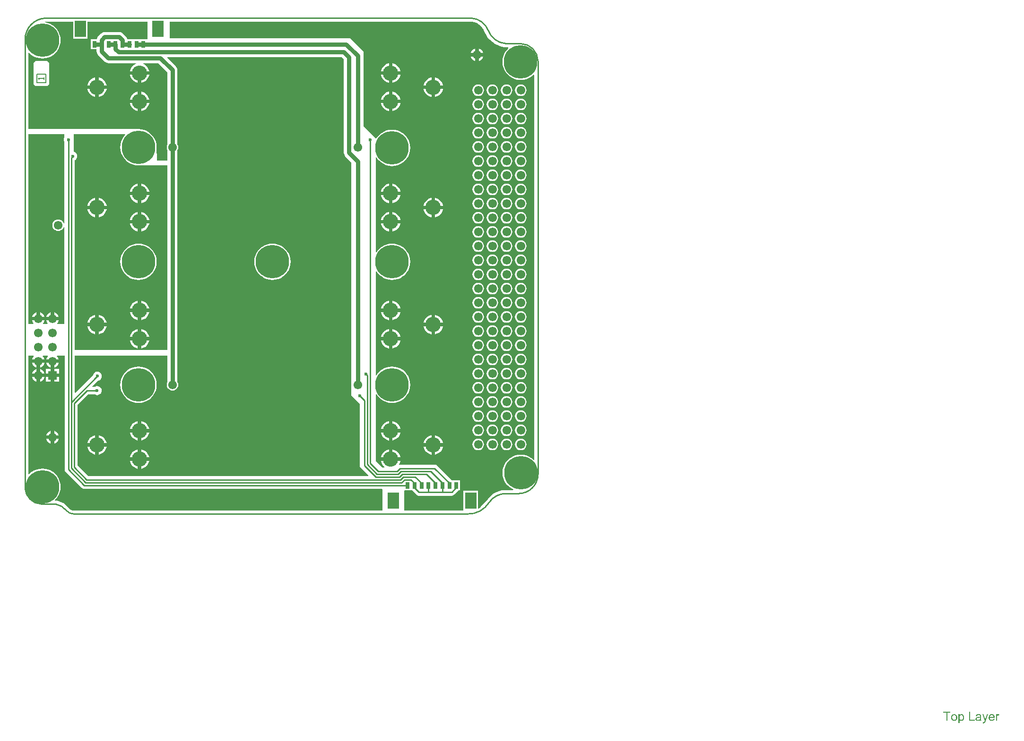
<source format=gtl>
G04*
G04 #@! TF.GenerationSoftware,Altium Limited,Altium Designer,18.1.7 (191)*
G04*
G04 Layer_Physical_Order=1*
G04 Layer_Color=255*
%FSLAX25Y25*%
%MOIN*%
G70*
G01*
G75*
%ADD10C,0.00787*%
%ADD12C,0.01000*%
%ADD17R,0.03150X0.05118*%
%ADD18R,0.08268X0.11811*%
%ADD26C,0.10827*%
%ADD27C,0.03000*%
%ADD28C,0.06102*%
%ADD29C,0.23622*%
%ADD30R,0.06102X0.06102*%
%ADD31C,0.02362*%
G36*
X16426Y347930D02*
X34807D01*
Y335815D01*
X45075D01*
Y347930D01*
X87221D01*
Y336161D01*
X87256Y336126D01*
X87145Y335531D01*
X87004Y335453D01*
X73111D01*
X73075Y335729D01*
X72723Y336580D01*
X72162Y337311D01*
X69929Y339544D01*
X69198Y340105D01*
X68347Y340457D01*
X67433Y340577D01*
X57071D01*
X57071Y340577D01*
X56157Y340457D01*
X55306Y340105D01*
X54575Y339544D01*
X52405Y337374D01*
X51844Y336643D01*
X51492Y335792D01*
X51447Y335453D01*
X47405D01*
Y328335D01*
X51371D01*
Y326969D01*
X51492Y326055D01*
X51844Y325203D01*
X52405Y324472D01*
X57240Y319638D01*
X57971Y319077D01*
X58823Y318724D01*
X59736Y318604D01*
X79123D01*
X79197Y318104D01*
X78987Y318040D01*
X77786Y317398D01*
X76733Y316534D01*
X75870Y315481D01*
X75228Y314281D01*
X74832Y312977D01*
X74822Y312872D01*
X88469D01*
X88459Y312977D01*
X88064Y314281D01*
X87422Y315481D01*
X86558Y316534D01*
X85505Y317398D01*
X84304Y318040D01*
X84095Y318104D01*
X84169Y318604D01*
X94947D01*
X101346Y312205D01*
Y261267D01*
X101337Y261256D01*
X100929Y260270D01*
X100790Y259213D01*
X100929Y258155D01*
X101337Y257170D01*
X101346Y257158D01*
Y249969D01*
X93846Y249969D01*
X93768Y260278D01*
X93685Y260360D01*
X93617Y261223D01*
X93147Y263184D01*
X92375Y265047D01*
X91321Y266766D01*
X90012Y268299D01*
X88478Y269609D01*
X86759Y270663D01*
X84896Y271434D01*
X82935Y271905D01*
X82030Y271976D01*
X81896Y272110D01*
X3403Y272110D01*
X3403Y325663D01*
X3872Y325836D01*
X4079Y325594D01*
X5612Y324285D01*
X7331Y323231D01*
X9194Y322459D01*
X11155Y321989D01*
X13165Y321831D01*
X15176Y321989D01*
X17136Y322459D01*
X18999Y323231D01*
X20719Y324285D01*
X22252Y325594D01*
X23562Y327128D01*
X24615Y328847D01*
X25387Y330710D01*
X25858Y332671D01*
X26016Y334681D01*
X25858Y336691D01*
X25387Y338652D01*
X24615Y340515D01*
X23562Y342234D01*
X22252Y343768D01*
X20719Y345077D01*
X18999Y346131D01*
X17136Y346903D01*
X15176Y347374D01*
X14965Y347390D01*
Y347892D01*
X16150Y347985D01*
X16426Y347930D01*
D02*
G37*
G36*
X316366Y347834D02*
X318003Y347441D01*
X319557Y346797D01*
X320992Y345918D01*
X322272Y344825D01*
X323365Y343545D01*
X324244Y342110D01*
X324640Y341155D01*
X324786Y340782D01*
X324793Y340749D01*
X324809Y340725D01*
X324809Y340725D01*
X324880Y340619D01*
X325787Y338780D01*
X327106Y336805D01*
X328673Y335018D01*
X330459Y333452D01*
X332434Y332132D01*
X334565Y331082D01*
X336814Y330318D01*
X339144Y329854D01*
X341136Y329724D01*
X341515Y329699D01*
X341622Y329692D01*
X341731Y329612D01*
X341775Y328992D01*
X341346Y328626D01*
X340037Y327093D01*
X338983Y325373D01*
X338211Y323510D01*
X337741Y321550D01*
X337582Y319539D01*
X337741Y317529D01*
X338211Y315568D01*
X338983Y313705D01*
X340037Y311986D01*
X341346Y310453D01*
X342880Y309143D01*
X344599Y308089D01*
X346462Y307318D01*
X348423Y306847D01*
X350433Y306689D01*
X352443Y306847D01*
X354404Y307318D01*
X356267Y308089D01*
X357986Y309143D01*
X359520Y310453D01*
X359551Y310489D01*
X360020Y310316D01*
X360020Y38723D01*
X359717Y38611D01*
X359520Y38581D01*
X358022Y39861D01*
X356303Y40915D01*
X354440Y41686D01*
X352479Y42157D01*
X350468Y42315D01*
X348458Y42157D01*
X346497Y41686D01*
X344634Y40915D01*
X342915Y39861D01*
X341382Y38551D01*
X340072Y37018D01*
X339019Y35299D01*
X338247Y33436D01*
X337776Y31475D01*
X337618Y29465D01*
X337776Y27454D01*
X338247Y25493D01*
X339019Y23630D01*
X340072Y21911D01*
X341382Y20378D01*
X342915Y19068D01*
X344634Y18015D01*
X345164Y17795D01*
X345066Y17305D01*
X339709D01*
X339633Y17290D01*
X337381Y17113D01*
X335004Y16542D01*
X332746Y15607D01*
X330662Y14329D01*
X328803Y12742D01*
X327323Y11009D01*
X327315Y11003D01*
X327302Y10984D01*
X327216Y10883D01*
X327198Y10855D01*
X322312Y5440D01*
X321201Y4528D01*
X320701Y4260D01*
X320272Y4517D01*
Y16669D01*
X310004D01*
Y2858D01*
X309506Y2853D01*
X268130D01*
X268130Y16554D01*
X268130Y16871D01*
X268563Y17031D01*
X273903D01*
X276879Y14056D01*
X277706Y13503D01*
X278681Y13309D01*
X301795D01*
X302771Y13503D01*
X303598Y14056D01*
X306573Y17031D01*
X307673D01*
Y24150D01*
X301845D01*
X291543Y34452D01*
X290716Y35005D01*
X289740Y35199D01*
X265140D01*
X264996Y35170D01*
X264667Y35614D01*
X265123Y36467D01*
X265518Y37771D01*
X265528Y37876D01*
X258705D01*
X251881D01*
X251891Y37771D01*
X252287Y36467D01*
X252929Y35267D01*
X253793Y34214D01*
X254430Y33691D01*
X254251Y33191D01*
X252594D01*
X248224Y37780D01*
Y84862D01*
X248724Y85003D01*
X249307Y84053D01*
X250616Y82520D01*
X252150Y81210D01*
X253869Y80156D01*
X255732Y79385D01*
X257693Y78914D01*
X259703Y78756D01*
X261713Y78914D01*
X263674Y79385D01*
X265537Y80156D01*
X267256Y81210D01*
X268790Y82520D01*
X270099Y84053D01*
X271153Y85772D01*
X271925Y87635D01*
X272396Y89596D01*
X272554Y91606D01*
X272396Y93617D01*
X271925Y95577D01*
X271153Y97440D01*
X270099Y99160D01*
X268790Y100693D01*
X267256Y102003D01*
X265537Y103056D01*
X263674Y103828D01*
X261713Y104299D01*
X259703Y104457D01*
X257693Y104299D01*
X255732Y103828D01*
X253869Y103056D01*
X252150Y102003D01*
X250616Y100693D01*
X249307Y99160D01*
X248724Y98209D01*
X248224Y98350D01*
Y171650D01*
X248724Y171791D01*
X249307Y170840D01*
X250616Y169307D01*
X252150Y167997D01*
X253869Y166944D01*
X255732Y166172D01*
X257693Y165701D01*
X259703Y165543D01*
X261713Y165701D01*
X263674Y166172D01*
X265537Y166944D01*
X267256Y167997D01*
X268790Y169307D01*
X270099Y170840D01*
X271153Y172560D01*
X271925Y174423D01*
X272396Y176383D01*
X272554Y178394D01*
X272396Y180404D01*
X271925Y182365D01*
X271153Y184228D01*
X270099Y185947D01*
X268790Y187480D01*
X267256Y188790D01*
X265537Y189844D01*
X263674Y190615D01*
X261713Y191086D01*
X259703Y191244D01*
X257693Y191086D01*
X255732Y190615D01*
X253869Y189844D01*
X252150Y188790D01*
X250616Y187480D01*
X249307Y185947D01*
X248724Y184997D01*
X248224Y185138D01*
X248224Y252043D01*
X248724Y252184D01*
X249307Y251234D01*
X250616Y249701D01*
X252150Y248391D01*
X253869Y247337D01*
X255732Y246566D01*
X257693Y246095D01*
X259703Y245937D01*
X261713Y246095D01*
X263674Y246566D01*
X265537Y247337D01*
X267256Y248391D01*
X268790Y249701D01*
X270099Y251234D01*
X271153Y252953D01*
X271925Y254816D01*
X272396Y256777D01*
X272554Y258787D01*
X272396Y260798D01*
X271925Y262758D01*
X271153Y264621D01*
X270099Y266341D01*
X268790Y267874D01*
X267256Y269184D01*
X265537Y270237D01*
X263674Y271009D01*
X261713Y271480D01*
X259703Y271638D01*
X257693Y271480D01*
X255732Y271009D01*
X253869Y270237D01*
X252150Y269184D01*
X250616Y267874D01*
X249307Y266341D01*
X248724Y265390D01*
X248224Y265531D01*
Y265579D01*
X239696Y274107D01*
X239706Y326672D01*
X230256Y336122D01*
X102945D01*
X102945Y347930D01*
X314382D01*
X314477Y347949D01*
X314689Y347966D01*
X316366Y347834D01*
D02*
G37*
G36*
X28638Y268520D02*
Y266132D01*
X28350Y265437D01*
X28240Y264606D01*
X28350Y263776D01*
X28638Y263080D01*
X28638Y205576D01*
X28138Y205476D01*
X27818Y206248D01*
X27169Y207094D01*
X26323Y207743D01*
X25337Y208152D01*
X24280Y208291D01*
X23222Y208152D01*
X22236Y207743D01*
X21390Y207094D01*
X20741Y206248D01*
X20333Y205262D01*
X20193Y204205D01*
X20333Y203147D01*
X20741Y202162D01*
X21390Y201315D01*
X22236Y200666D01*
X23222Y200258D01*
X24280Y200119D01*
X25337Y200258D01*
X26323Y200666D01*
X27169Y201315D01*
X27818Y202162D01*
X28138Y202933D01*
X28638Y202834D01*
X28638Y134610D01*
X23723D01*
X23561Y135110D01*
X24208Y135953D01*
X24641Y136998D01*
X20232D01*
X15824D01*
X16257Y135953D01*
X16903Y135110D01*
X16741Y134610D01*
X13723Y134610D01*
X13561Y135110D01*
X14208Y135953D01*
X14641Y136998D01*
X10232D01*
X5824D01*
X6257Y135953D01*
X6903Y135110D01*
X6741Y134610D01*
X3403D01*
X3403Y268520D01*
X28638Y268520D01*
D02*
G37*
G36*
X71599Y268020D02*
X70528Y266766D01*
X69475Y265047D01*
X68703Y263184D01*
X68232Y261223D01*
X68074Y259213D01*
X68232Y257202D01*
X68703Y255241D01*
X69475Y253379D01*
X70528Y251659D01*
X71838Y250126D01*
X73371Y248816D01*
X75091Y247763D01*
X76954Y246991D01*
X78914Y246520D01*
X80925Y246362D01*
X101346Y246362D01*
Y116130D01*
X36002Y116130D01*
Y250102D01*
X36167Y250170D01*
X36832Y250680D01*
X37342Y251344D01*
X37662Y252118D01*
X37771Y252949D01*
X37662Y253779D01*
X37342Y254553D01*
X36832Y255218D01*
X36167Y255728D01*
X35393Y256048D01*
X35217Y256071D01*
Y268520D01*
X71369Y268520D01*
X71599Y268020D01*
D02*
G37*
G36*
X28900Y82483D02*
X28904Y82460D01*
Y77029D01*
X28900Y77007D01*
Y35783D01*
X28904Y35761D01*
Y31913D01*
X29098Y30938D01*
X29651Y30111D01*
X40974Y18788D01*
X41801Y18236D01*
X42776Y18042D01*
X252636D01*
X253095Y17583D01*
X253095Y2853D01*
X36272D01*
X35859Y2853D01*
X35778Y2837D01*
X35284Y2851D01*
X34292Y2981D01*
X33059Y3492D01*
X32013Y4294D01*
X31891Y4478D01*
X29897Y6471D01*
X29641Y6728D01*
X29616Y6766D01*
X29537Y6818D01*
X29531Y6812D01*
X29437Y6875D01*
X28490Y7683D01*
X26981Y8608D01*
X25345Y9286D01*
X23624Y9699D01*
X22176Y9813D01*
X22013Y10231D01*
X22016Y10334D01*
X22252Y10535D01*
X23562Y12069D01*
X24615Y13788D01*
X25387Y15651D01*
X25858Y17612D01*
X26016Y19622D01*
X25858Y21632D01*
X25387Y23593D01*
X24615Y25456D01*
X23562Y27176D01*
X22252Y28709D01*
X20719Y30018D01*
X18999Y31072D01*
X17136Y31844D01*
X15176Y32315D01*
X13165Y32473D01*
X11155Y32315D01*
X9194Y31844D01*
X7331Y31072D01*
X5612Y30018D01*
X4079Y28709D01*
X3872Y28467D01*
X3403Y28640D01*
X3403Y112023D01*
X6899Y112023D01*
X7059Y111550D01*
X6986Y111494D01*
X6257Y110543D01*
X5824Y109498D01*
X10232D01*
X14641D01*
X14208Y110543D01*
X13478Y111494D01*
X13405Y111550D01*
X13566Y112024D01*
X16899Y112024D01*
X17060Y111550D01*
X16986Y111494D01*
X16257Y110543D01*
X15824Y109498D01*
X20232D01*
X24641D01*
X24208Y110543D01*
X23478Y111494D01*
X23439Y111524D01*
X23609Y112024D01*
X28900D01*
Y82483D01*
D02*
G37*
G36*
X225694Y321388D02*
Y255447D01*
X225815Y254533D01*
X226167Y253682D01*
X226728Y252951D01*
X231028Y248651D01*
X231028Y84236D01*
X236803Y78268D01*
X236803Y33874D01*
X243076Y27602D01*
X242884Y27139D01*
X45489D01*
X38002Y34626D01*
Y77360D01*
X45621Y84979D01*
X49868D01*
X50167Y84749D01*
X50941Y84428D01*
X51772Y84319D01*
X52602Y84428D01*
X53376Y84749D01*
X54040Y85259D01*
X54550Y85923D01*
X54871Y86697D01*
X54980Y87528D01*
X54871Y88358D01*
X54550Y89132D01*
X54040Y89796D01*
X53376Y90306D01*
X52602Y90627D01*
X51772Y90736D01*
X50941Y90627D01*
X50167Y90306D01*
X49868Y90077D01*
X48543D01*
X48352Y90539D01*
X52350Y94537D01*
X52724Y94586D01*
X53498Y94906D01*
X54163Y95416D01*
X54672Y96081D01*
X54993Y96855D01*
X55102Y97685D01*
X54993Y98515D01*
X54672Y99289D01*
X54163Y99954D01*
X53498Y100464D01*
X52724Y100784D01*
X51894Y100894D01*
X51063Y100784D01*
X50289Y100464D01*
X49625Y99954D01*
X49115Y99289D01*
X48794Y98515D01*
X48745Y98141D01*
X36464Y85860D01*
X36002Y86052D01*
Y112024D01*
X101346Y112024D01*
Y93649D01*
X101337Y93638D01*
X100929Y92652D01*
X100790Y91594D01*
X100929Y90537D01*
X101337Y89551D01*
X101987Y88705D01*
X102833Y88056D01*
X103818Y87648D01*
X104876Y87508D01*
X105933Y87648D01*
X106919Y88056D01*
X107765Y88705D01*
X108415Y89551D01*
X108823Y90537D01*
X108962Y91594D01*
X108823Y92652D01*
X108415Y93638D01*
X108406Y93649D01*
Y257158D01*
X108415Y257170D01*
X108823Y258155D01*
X108962Y259213D01*
X108823Y260270D01*
X108415Y261256D01*
X108406Y261267D01*
Y313667D01*
X108286Y314581D01*
X107933Y315432D01*
X107372Y316163D01*
X101166Y322370D01*
X101357Y322832D01*
X224250D01*
X225694Y321388D01*
D02*
G37*
G36*
X661256Y-140876D02*
X661320Y-140885D01*
X661457Y-140903D01*
X661621Y-140939D01*
X661794Y-140994D01*
X661967Y-141076D01*
X662140Y-141176D01*
X662149D01*
X662158Y-141194D01*
X662213Y-141231D01*
X662295Y-141304D01*
X662395Y-141395D01*
X662504Y-141513D01*
X662614Y-141659D01*
X662723Y-141832D01*
X662814Y-142024D01*
Y-142033D01*
X662823Y-142051D01*
X662832Y-142078D01*
X662850Y-142115D01*
X662869Y-142169D01*
X662887Y-142233D01*
X662932Y-142379D01*
X662978Y-142561D01*
X663014Y-142761D01*
X663042Y-142989D01*
X663051Y-143226D01*
Y-143235D01*
Y-143253D01*
Y-143290D01*
Y-143344D01*
X663042Y-143408D01*
Y-143481D01*
X663024Y-143645D01*
X662987Y-143845D01*
X662942Y-144055D01*
X662878Y-144274D01*
X662796Y-144492D01*
Y-144501D01*
X662787Y-144520D01*
X662768Y-144547D01*
X662750Y-144583D01*
X662686Y-144684D01*
X662604Y-144811D01*
X662504Y-144948D01*
X662377Y-145084D01*
X662231Y-145221D01*
X662058Y-145349D01*
X662049D01*
X662040Y-145358D01*
X662012Y-145376D01*
X661976Y-145394D01*
X661885Y-145440D01*
X661757Y-145494D01*
X661602Y-145549D01*
X661438Y-145595D01*
X661247Y-145631D01*
X661056Y-145640D01*
X660992D01*
X660919Y-145631D01*
X660828Y-145622D01*
X660719Y-145604D01*
X660600Y-145576D01*
X660482Y-145540D01*
X660363Y-145485D01*
X660354Y-145476D01*
X660309Y-145458D01*
X660254Y-145422D01*
X660181Y-145367D01*
X660108Y-145312D01*
X660017Y-145239D01*
X659935Y-145157D01*
X659862Y-145066D01*
Y-147289D01*
X659088D01*
Y-140967D01*
X659790D01*
Y-141568D01*
X659799Y-141550D01*
X659835Y-141513D01*
X659881Y-141449D01*
X659953Y-141377D01*
X660035Y-141286D01*
X660126Y-141204D01*
X660236Y-141122D01*
X660345Y-141049D01*
X660363Y-141040D01*
X660400Y-141021D01*
X660473Y-140994D01*
X660564Y-140958D01*
X660673Y-140921D01*
X660801Y-140894D01*
X660946Y-140876D01*
X661110Y-140866D01*
X661211D01*
X661256Y-140876D01*
D02*
G37*
G36*
X687374D02*
X687475Y-140894D01*
X687593Y-140930D01*
X687721Y-140976D01*
X687866Y-141040D01*
X688021Y-141122D01*
X687739Y-141832D01*
X687730Y-141823D01*
X687693Y-141805D01*
X687639Y-141778D01*
X687566Y-141750D01*
X687484Y-141723D01*
X687384Y-141695D01*
X687283Y-141677D01*
X687183Y-141668D01*
X687138D01*
X687092Y-141677D01*
X687028Y-141686D01*
X686965Y-141705D01*
X686883Y-141732D01*
X686801Y-141768D01*
X686728Y-141823D01*
X686719Y-141832D01*
X686691Y-141850D01*
X686664Y-141887D01*
X686618Y-141932D01*
X686573Y-141996D01*
X686527Y-142069D01*
X686482Y-142151D01*
X686445Y-142251D01*
X686436Y-142269D01*
X686427Y-142324D01*
X686409Y-142406D01*
X686381Y-142515D01*
X686354Y-142652D01*
X686336Y-142807D01*
X686327Y-142971D01*
X686318Y-143153D01*
Y-145540D01*
X685543D01*
Y-140967D01*
X686245D01*
Y-141659D01*
X686254Y-141650D01*
X686290Y-141586D01*
X686336Y-141504D01*
X686409Y-141404D01*
X686482Y-141304D01*
X686564Y-141194D01*
X686646Y-141103D01*
X686728Y-141031D01*
X686737Y-141021D01*
X686764Y-141003D01*
X686819Y-140976D01*
X686873Y-140948D01*
X686946Y-140921D01*
X687038Y-140894D01*
X687129Y-140876D01*
X687229Y-140866D01*
X687292D01*
X687374Y-140876D01*
D02*
G37*
G36*
X678246Y-145613D02*
Y-145622D01*
X678237Y-145649D01*
X678219Y-145686D01*
X678201Y-145731D01*
X678173Y-145795D01*
X678146Y-145868D01*
X678082Y-146023D01*
X678019Y-146196D01*
X677946Y-146369D01*
X677873Y-146524D01*
X677836Y-146588D01*
X677809Y-146651D01*
X677800Y-146670D01*
X677773Y-146715D01*
X677727Y-146779D01*
X677672Y-146861D01*
X677599Y-146952D01*
X677518Y-147043D01*
X677435Y-147134D01*
X677335Y-147207D01*
X677326Y-147216D01*
X677290Y-147234D01*
X677235Y-147262D01*
X677153Y-147298D01*
X677062Y-147335D01*
X676953Y-147362D01*
X676834Y-147380D01*
X676698Y-147389D01*
X676661D01*
X676616Y-147380D01*
X676552D01*
X676479Y-147362D01*
X676397Y-147344D01*
X676306Y-147326D01*
X676206Y-147289D01*
X676124Y-146569D01*
X676133D01*
X676169Y-146579D01*
X676215Y-146588D01*
X676269Y-146606D01*
X676415Y-146633D01*
X676561Y-146642D01*
X676607D01*
X676652Y-146633D01*
X676707D01*
X676843Y-146606D01*
X676907Y-146579D01*
X676971Y-146551D01*
X676980D01*
X676998Y-146533D01*
X677026Y-146515D01*
X677062Y-146487D01*
X677144Y-146414D01*
X677217Y-146314D01*
Y-146305D01*
X677235Y-146287D01*
X677253Y-146250D01*
X677272Y-146196D01*
X677308Y-146123D01*
X677344Y-146014D01*
X677399Y-145886D01*
X677454Y-145731D01*
Y-145722D01*
X677472Y-145686D01*
X677490Y-145622D01*
X677527Y-145540D01*
X675796Y-140967D01*
X676616D01*
X677572Y-143618D01*
Y-143627D01*
X677581Y-143636D01*
X677590Y-143663D01*
X677599Y-143709D01*
X677618Y-143754D01*
X677636Y-143809D01*
X677681Y-143937D01*
X677736Y-144091D01*
X677791Y-144274D01*
X677845Y-144465D01*
X677900Y-144675D01*
Y-144665D01*
X677909Y-144647D01*
X677918Y-144620D01*
X677927Y-144583D01*
X677937Y-144538D01*
X677955Y-144483D01*
X677991Y-144346D01*
X678037Y-144192D01*
X678101Y-144009D01*
X678155Y-143827D01*
X678228Y-143636D01*
X679212Y-140967D01*
X679986D01*
X678246Y-145613D01*
D02*
G37*
G36*
X673473Y-140876D02*
X673609Y-140885D01*
X673764Y-140903D01*
X673919Y-140930D01*
X674074Y-140967D01*
X674220Y-141012D01*
X674238Y-141021D01*
X674284Y-141040D01*
X674347Y-141067D01*
X674429Y-141103D01*
X674520Y-141158D01*
X674611Y-141213D01*
X674693Y-141286D01*
X674766Y-141358D01*
X674775Y-141367D01*
X674794Y-141395D01*
X674821Y-141440D01*
X674857Y-141495D01*
X674903Y-141577D01*
X674939Y-141659D01*
X674976Y-141759D01*
X675003Y-141878D01*
Y-141887D01*
X675012Y-141914D01*
X675021Y-141969D01*
X675031Y-142042D01*
Y-142142D01*
X675040Y-142260D01*
X675049Y-142415D01*
Y-142588D01*
Y-143627D01*
Y-143636D01*
Y-143672D01*
Y-143727D01*
Y-143800D01*
Y-143882D01*
Y-143982D01*
X675058Y-144201D01*
Y-144429D01*
X675067Y-144656D01*
X675076Y-144756D01*
Y-144848D01*
X675085Y-144930D01*
X675094Y-144993D01*
Y-145002D01*
X675103Y-145039D01*
X675112Y-145094D01*
X675140Y-145166D01*
X675158Y-145248D01*
X675195Y-145340D01*
X675240Y-145440D01*
X675286Y-145540D01*
X674475D01*
X674466Y-145531D01*
X674457Y-145494D01*
X674438Y-145449D01*
X674411Y-145376D01*
X674384Y-145294D01*
X674365Y-145194D01*
X674347Y-145084D01*
X674329Y-144966D01*
X674320D01*
X674311Y-144984D01*
X674256Y-145030D01*
X674174Y-145094D01*
X674065Y-145176D01*
X673928Y-145257D01*
X673792Y-145349D01*
X673646Y-145431D01*
X673491Y-145494D01*
X673473Y-145503D01*
X673418Y-145513D01*
X673336Y-145540D01*
X673236Y-145567D01*
X673108Y-145595D01*
X672963Y-145613D01*
X672798Y-145631D01*
X672635Y-145640D01*
X672562D01*
X672507Y-145631D01*
X672443D01*
X672370Y-145622D01*
X672206Y-145595D01*
X672024Y-145549D01*
X671824Y-145485D01*
X671642Y-145394D01*
X671478Y-145276D01*
X671459Y-145257D01*
X671414Y-145212D01*
X671350Y-145130D01*
X671277Y-145021D01*
X671204Y-144884D01*
X671140Y-144729D01*
X671095Y-144538D01*
X671086Y-144447D01*
X671077Y-144337D01*
Y-144319D01*
Y-144283D01*
X671086Y-144219D01*
X671095Y-144137D01*
X671113Y-144037D01*
X671140Y-143937D01*
X671177Y-143827D01*
X671222Y-143727D01*
X671232Y-143718D01*
X671250Y-143682D01*
X671286Y-143627D01*
X671332Y-143563D01*
X671386Y-143490D01*
X671459Y-143417D01*
X671532Y-143344D01*
X671623Y-143281D01*
X671632Y-143272D01*
X671669Y-143253D01*
X671714Y-143217D01*
X671787Y-143180D01*
X671869Y-143144D01*
X671970Y-143098D01*
X672070Y-143062D01*
X672188Y-143026D01*
X672197D01*
X672234Y-143017D01*
X672288Y-142998D01*
X672361Y-142989D01*
X672452Y-142971D01*
X672571Y-142953D01*
X672707Y-142925D01*
X672871Y-142907D01*
X672881D01*
X672917Y-142898D01*
X672963D01*
X673026Y-142889D01*
X673099Y-142880D01*
X673190Y-142862D01*
X673290Y-142852D01*
X673400Y-142834D01*
X673618Y-142789D01*
X673855Y-142743D01*
X674065Y-142689D01*
X674165Y-142661D01*
X674256Y-142634D01*
Y-142625D01*
Y-142606D01*
X674265Y-142552D01*
Y-142488D01*
Y-142452D01*
Y-142433D01*
Y-142424D01*
Y-142415D01*
Y-142360D01*
X674256Y-142269D01*
X674238Y-142169D01*
X674211Y-142060D01*
X674165Y-141951D01*
X674110Y-141850D01*
X674038Y-141768D01*
X674028Y-141759D01*
X673983Y-141723D01*
X673910Y-141686D01*
X673819Y-141632D01*
X673691Y-141586D01*
X673546Y-141541D01*
X673363Y-141513D01*
X673154Y-141504D01*
X673063D01*
X672972Y-141513D01*
X672844Y-141532D01*
X672717Y-141550D01*
X672580Y-141586D01*
X672452Y-141632D01*
X672343Y-141695D01*
X672334Y-141705D01*
X672297Y-141732D01*
X672252Y-141778D01*
X672197Y-141850D01*
X672143Y-141941D01*
X672079Y-142060D01*
X672024Y-142206D01*
X671970Y-142370D01*
X671213Y-142269D01*
Y-142260D01*
X671222Y-142251D01*
Y-142224D01*
X671232Y-142187D01*
X671259Y-142105D01*
X671295Y-141987D01*
X671341Y-141869D01*
X671396Y-141741D01*
X671468Y-141613D01*
X671551Y-141495D01*
X671560Y-141486D01*
X671596Y-141449D01*
X671651Y-141395D01*
X671724Y-141322D01*
X671824Y-141249D01*
X671942Y-141176D01*
X672079Y-141094D01*
X672234Y-141031D01*
X672243D01*
X672252Y-141021D01*
X672279Y-141012D01*
X672316Y-141003D01*
X672407Y-140976D01*
X672534Y-140948D01*
X672680Y-140921D01*
X672862Y-140894D01*
X673054Y-140876D01*
X673272Y-140866D01*
X673373D01*
X673473Y-140876D01*
D02*
G37*
G36*
X667342Y-144793D02*
X670448D01*
Y-145540D01*
X666503D01*
Y-139236D01*
X667342D01*
Y-144793D01*
D02*
G37*
G36*
X653422Y-139983D02*
X651344D01*
Y-145540D01*
X650506D01*
Y-139983D01*
X648429D01*
Y-139236D01*
X653422D01*
Y-139983D01*
D02*
G37*
G36*
X682674Y-140876D02*
X682747Y-140885D01*
X682838Y-140903D01*
X682938Y-140921D01*
X683056Y-140948D01*
X683166Y-140976D01*
X683293Y-141021D01*
X683412Y-141067D01*
X683539Y-141131D01*
X683667Y-141204D01*
X683794Y-141286D01*
X683913Y-141386D01*
X684022Y-141495D01*
X684031Y-141504D01*
X684049Y-141522D01*
X684077Y-141559D01*
X684113Y-141613D01*
X684159Y-141677D01*
X684204Y-141750D01*
X684259Y-141841D01*
X684314Y-141951D01*
X684368Y-142069D01*
X684423Y-142197D01*
X684468Y-142342D01*
X684514Y-142497D01*
X684550Y-142670D01*
X684578Y-142852D01*
X684596Y-143044D01*
X684605Y-143253D01*
Y-143262D01*
Y-143299D01*
Y-143363D01*
X684596Y-143454D01*
X681180D01*
Y-143463D01*
Y-143490D01*
X681189Y-143527D01*
Y-143581D01*
X681198Y-143645D01*
X681216Y-143718D01*
X681244Y-143882D01*
X681298Y-144064D01*
X681371Y-144264D01*
X681471Y-144447D01*
X681599Y-144611D01*
X681608D01*
X681617Y-144629D01*
X681672Y-144675D01*
X681754Y-144738D01*
X681863Y-144802D01*
X682009Y-144875D01*
X682173Y-144939D01*
X682355Y-144984D01*
X682455Y-144993D01*
X682564Y-145002D01*
X682637D01*
X682719Y-144993D01*
X682820Y-144975D01*
X682929Y-144948D01*
X683056Y-144911D01*
X683175Y-144857D01*
X683293Y-144784D01*
X683302Y-144775D01*
X683348Y-144738D01*
X683403Y-144684D01*
X683466Y-144611D01*
X683539Y-144510D01*
X683621Y-144383D01*
X683703Y-144237D01*
X683776Y-144064D01*
X684578Y-144164D01*
Y-144173D01*
X684569Y-144192D01*
X684559Y-144228D01*
X684541Y-144283D01*
X684514Y-144337D01*
X684487Y-144410D01*
X684414Y-144565D01*
X684323Y-144738D01*
X684195Y-144920D01*
X684049Y-145094D01*
X683867Y-145257D01*
X683858D01*
X683840Y-145276D01*
X683813Y-145294D01*
X683776Y-145321D01*
X683721Y-145349D01*
X683667Y-145376D01*
X683594Y-145412D01*
X683512Y-145449D01*
X683421Y-145485D01*
X683330Y-145522D01*
X683102Y-145576D01*
X682847Y-145622D01*
X682564Y-145640D01*
X682464D01*
X682401Y-145631D01*
X682318Y-145622D01*
X682218Y-145604D01*
X682109Y-145586D01*
X681990Y-145567D01*
X681735Y-145494D01*
X681599Y-145440D01*
X681471Y-145385D01*
X681335Y-145312D01*
X681207Y-145230D01*
X681089Y-145139D01*
X680970Y-145030D01*
X680961Y-145021D01*
X680943Y-145002D01*
X680915Y-144966D01*
X680879Y-144911D01*
X680834Y-144848D01*
X680788Y-144775D01*
X680733Y-144684D01*
X680679Y-144583D01*
X680624Y-144465D01*
X680569Y-144337D01*
X680524Y-144192D01*
X680478Y-144037D01*
X680442Y-143873D01*
X680414Y-143691D01*
X680396Y-143499D01*
X680387Y-143299D01*
Y-143290D01*
Y-143244D01*
Y-143190D01*
X680396Y-143107D01*
X680405Y-143007D01*
X680414Y-142898D01*
X680433Y-142771D01*
X680460Y-142643D01*
X680533Y-142351D01*
X680579Y-142206D01*
X680633Y-142051D01*
X680706Y-141905D01*
X680788Y-141768D01*
X680879Y-141632D01*
X680979Y-141504D01*
X680988Y-141495D01*
X681007Y-141477D01*
X681043Y-141449D01*
X681089Y-141404D01*
X681143Y-141358D01*
X681216Y-141304D01*
X681298Y-141240D01*
X681398Y-141185D01*
X681499Y-141122D01*
X681617Y-141067D01*
X681744Y-141012D01*
X681881Y-140967D01*
X682027Y-140921D01*
X682182Y-140894D01*
X682346Y-140876D01*
X682519Y-140866D01*
X682610D01*
X682674Y-140876D01*
D02*
G37*
G36*
X656191D02*
X656273Y-140885D01*
X656364Y-140903D01*
X656464Y-140921D01*
X656583Y-140939D01*
X656829Y-141021D01*
X656956Y-141067D01*
X657084Y-141131D01*
X657211Y-141194D01*
X657339Y-141286D01*
X657457Y-141377D01*
X657576Y-141486D01*
X657585Y-141495D01*
X657603Y-141513D01*
X657630Y-141550D01*
X657667Y-141595D01*
X657712Y-141659D01*
X657767Y-141741D01*
X657822Y-141832D01*
X657876Y-141932D01*
X657931Y-142042D01*
X657986Y-142178D01*
X658040Y-142315D01*
X658086Y-142470D01*
X658122Y-142634D01*
X658150Y-142807D01*
X658168Y-142989D01*
X658177Y-143190D01*
Y-143199D01*
Y-143226D01*
Y-143272D01*
Y-143335D01*
X658168Y-143408D01*
X658159Y-143499D01*
Y-143590D01*
X658141Y-143691D01*
X658113Y-143918D01*
X658059Y-144146D01*
X657995Y-144374D01*
X657904Y-144583D01*
Y-144592D01*
X657895Y-144602D01*
X657876Y-144629D01*
X657858Y-144665D01*
X657794Y-144756D01*
X657712Y-144866D01*
X657603Y-144993D01*
X657466Y-145121D01*
X657311Y-145248D01*
X657129Y-145367D01*
X657120D01*
X657111Y-145376D01*
X657084Y-145394D01*
X657038Y-145412D01*
X656993Y-145431D01*
X656938Y-145449D01*
X656801Y-145503D01*
X656646Y-145549D01*
X656455Y-145595D01*
X656255Y-145631D01*
X656036Y-145640D01*
X655945D01*
X655872Y-145631D01*
X655790Y-145622D01*
X655699Y-145604D01*
X655590Y-145586D01*
X655480Y-145567D01*
X655234Y-145494D01*
X655098Y-145440D01*
X654970Y-145385D01*
X654843Y-145312D01*
X654715Y-145230D01*
X654597Y-145139D01*
X654478Y-145030D01*
X654469Y-145021D01*
X654451Y-145002D01*
X654424Y-144966D01*
X654387Y-144911D01*
X654342Y-144848D01*
X654296Y-144775D01*
X654242Y-144684D01*
X654187Y-144574D01*
X654132Y-144456D01*
X654077Y-144319D01*
X654032Y-144173D01*
X653986Y-144019D01*
X653950Y-143845D01*
X653923Y-143663D01*
X653904Y-143463D01*
X653895Y-143253D01*
Y-143235D01*
Y-143199D01*
X653904Y-143135D01*
Y-143044D01*
X653913Y-142944D01*
X653932Y-142816D01*
X653950Y-142689D01*
X653986Y-142543D01*
X654023Y-142397D01*
X654068Y-142242D01*
X654123Y-142078D01*
X654196Y-141923D01*
X654269Y-141778D01*
X654369Y-141632D01*
X654469Y-141495D01*
X654597Y-141377D01*
X654606Y-141367D01*
X654624Y-141358D01*
X654661Y-141331D01*
X654706Y-141295D01*
X654761Y-141258D01*
X654834Y-141213D01*
X654907Y-141167D01*
X654998Y-141122D01*
X655098Y-141076D01*
X655207Y-141031D01*
X655453Y-140948D01*
X655735Y-140885D01*
X655881Y-140876D01*
X656036Y-140866D01*
X656127D01*
X656191Y-140876D01*
D02*
G37*
%LPC*%
G36*
X88469Y310372D02*
X82896D01*
Y304798D01*
X83001Y304809D01*
X84304Y305204D01*
X85505Y305846D01*
X86558Y306710D01*
X87422Y307763D01*
X88064Y308964D01*
X88459Y310267D01*
X88469Y310372D01*
D02*
G37*
G36*
X80396D02*
X74822D01*
X74832Y310267D01*
X75228Y308964D01*
X75870Y307763D01*
X76733Y306710D01*
X77786Y305846D01*
X78987Y305204D01*
X80290Y304809D01*
X80396Y304798D01*
Y310372D01*
D02*
G37*
G36*
X52896Y308446D02*
Y302872D01*
X58469D01*
X58459Y302977D01*
X58064Y304280D01*
X57422Y305482D01*
X56558Y306534D01*
X55505Y307398D01*
X54304Y308040D01*
X53001Y308435D01*
X52896Y308446D01*
D02*
G37*
G36*
X50396D02*
X50290Y308435D01*
X48987Y308040D01*
X47786Y307398D01*
X46733Y306534D01*
X45870Y305482D01*
X45228Y304280D01*
X44832Y302977D01*
X44822Y302872D01*
X50396D01*
Y308446D01*
D02*
G37*
G36*
X15539Y320295D02*
X9240D01*
X8306Y320109D01*
X7514Y319580D01*
X6985Y318788D01*
X6800Y317854D01*
Y310768D01*
Y304862D01*
X6985Y303928D01*
X7514Y303136D01*
X8306Y302607D01*
X9240Y302422D01*
X15539D01*
X16473Y302607D01*
X17265Y303136D01*
X17794Y303928D01*
X17980Y304862D01*
Y317854D01*
X17794Y318788D01*
X17265Y319580D01*
X16473Y320109D01*
X15539Y320295D01*
D02*
G37*
G36*
X58469Y300372D02*
X52896D01*
Y294798D01*
X53001Y294809D01*
X54304Y295204D01*
X55505Y295846D01*
X56558Y296710D01*
X57422Y297763D01*
X58064Y298964D01*
X58459Y300267D01*
X58469Y300372D01*
D02*
G37*
G36*
X50396D02*
X44822D01*
X44832Y300267D01*
X45228Y298964D01*
X45870Y297763D01*
X46733Y296710D01*
X47786Y295846D01*
X48987Y295204D01*
X50290Y294809D01*
X50396Y294798D01*
Y300372D01*
D02*
G37*
G36*
X82896Y298446D02*
Y292872D01*
X88469D01*
X88459Y292977D01*
X88064Y294281D01*
X87422Y295481D01*
X86558Y296534D01*
X85505Y297398D01*
X84304Y298040D01*
X83001Y298435D01*
X82896Y298446D01*
D02*
G37*
G36*
X80396D02*
X80290Y298435D01*
X78987Y298040D01*
X77786Y297398D01*
X76733Y296534D01*
X75870Y295481D01*
X75228Y294281D01*
X74832Y292977D01*
X74822Y292872D01*
X80396D01*
Y298446D01*
D02*
G37*
G36*
X88469Y290372D02*
X82896D01*
Y284798D01*
X83001Y284809D01*
X84304Y285204D01*
X85505Y285846D01*
X86558Y286710D01*
X87422Y287763D01*
X88064Y288964D01*
X88459Y290267D01*
X88469Y290372D01*
D02*
G37*
G36*
X80396D02*
X74822D01*
X74832Y290267D01*
X75228Y288964D01*
X75870Y287763D01*
X76733Y286710D01*
X77786Y285846D01*
X78987Y285204D01*
X80290Y284809D01*
X80396Y284798D01*
Y290372D01*
D02*
G37*
G36*
X320900Y328893D02*
Y325734D01*
X324058D01*
X323625Y326780D01*
X322896Y327730D01*
X321945Y328460D01*
X320900Y328893D01*
D02*
G37*
G36*
X318400Y328893D02*
X317354Y328460D01*
X316404Y327730D01*
X315674Y326780D01*
X315241Y325734D01*
X318400D01*
Y328893D01*
D02*
G37*
G36*
Y323234D02*
X315241D01*
X315674Y322189D01*
X316404Y321238D01*
X317354Y320509D01*
X318400Y320076D01*
Y323234D01*
D02*
G37*
G36*
X324058D02*
X320900D01*
Y320076D01*
X321945Y320509D01*
X322896Y321238D01*
X323625Y322189D01*
X324058Y323234D01*
D02*
G37*
G36*
X259955Y318446D02*
Y312872D01*
X265528D01*
X265518Y312977D01*
X265123Y314281D01*
X264481Y315481D01*
X263617Y316534D01*
X262564Y317398D01*
X261363Y318040D01*
X260060Y318435D01*
X259955Y318446D01*
D02*
G37*
G36*
X257455D02*
X257349Y318435D01*
X256046Y318040D01*
X254845Y317398D01*
X253793Y316534D01*
X252929Y315481D01*
X252287Y314281D01*
X251891Y312977D01*
X251881Y312872D01*
X257455D01*
Y318446D01*
D02*
G37*
G36*
Y310372D02*
X251881D01*
X251891Y310267D01*
X252287Y308964D01*
X252929Y307763D01*
X253793Y306710D01*
X254845Y305846D01*
X256046Y305204D01*
X257349Y304809D01*
X257455Y304798D01*
Y310372D01*
D02*
G37*
G36*
X265528D02*
X259955D01*
Y304798D01*
X260060Y304809D01*
X261363Y305204D01*
X262564Y305846D01*
X263617Y306710D01*
X264481Y307763D01*
X265123Y308964D01*
X265518Y310267D01*
X265528Y310372D01*
D02*
G37*
G36*
X289955Y308446D02*
Y302872D01*
X295528D01*
X295518Y302977D01*
X295123Y304280D01*
X294481Y305482D01*
X293617Y306534D01*
X292564Y307398D01*
X291363Y308040D01*
X290060Y308435D01*
X289955Y308446D01*
D02*
G37*
G36*
X287455D02*
X287350Y308435D01*
X286046Y308040D01*
X284845Y307398D01*
X283793Y306534D01*
X282929Y305482D01*
X282287Y304280D01*
X281891Y302977D01*
X281881Y302872D01*
X287455D01*
Y308446D01*
D02*
G37*
G36*
X350453Y303539D02*
X349395Y303400D01*
X348410Y302991D01*
X347563Y302342D01*
X346914Y301496D01*
X346506Y300510D01*
X346367Y299453D01*
X346506Y298395D01*
X346914Y297410D01*
X347563Y296563D01*
X348410Y295914D01*
X349395Y295506D01*
X350453Y295367D01*
X351510Y295506D01*
X352496Y295914D01*
X353342Y296563D01*
X353991Y297410D01*
X354400Y298395D01*
X354539Y299453D01*
X354400Y300510D01*
X353991Y301496D01*
X353342Y302342D01*
X352496Y302991D01*
X351510Y303400D01*
X350453Y303539D01*
D02*
G37*
G36*
X340453D02*
X339395Y303400D01*
X338410Y302991D01*
X337563Y302342D01*
X336914Y301496D01*
X336506Y300510D01*
X336367Y299453D01*
X336506Y298395D01*
X336914Y297410D01*
X337563Y296563D01*
X338410Y295914D01*
X339395Y295506D01*
X340453Y295367D01*
X341510Y295506D01*
X342496Y295914D01*
X343342Y296563D01*
X343991Y297410D01*
X344400Y298395D01*
X344539Y299453D01*
X344400Y300510D01*
X343991Y301496D01*
X343342Y302342D01*
X342496Y302991D01*
X341510Y303400D01*
X340453Y303539D01*
D02*
G37*
G36*
X330453D02*
X329395Y303400D01*
X328410Y302991D01*
X327563Y302342D01*
X326914Y301496D01*
X326506Y300510D01*
X326367Y299453D01*
X326506Y298395D01*
X326914Y297410D01*
X327563Y296563D01*
X328410Y295914D01*
X329395Y295506D01*
X330453Y295367D01*
X331510Y295506D01*
X332496Y295914D01*
X333342Y296563D01*
X333991Y297410D01*
X334400Y298395D01*
X334539Y299453D01*
X334400Y300510D01*
X333991Y301496D01*
X333342Y302342D01*
X332496Y302991D01*
X331510Y303400D01*
X330453Y303539D01*
D02*
G37*
G36*
X320453D02*
X319395Y303400D01*
X318410Y302991D01*
X317563Y302342D01*
X316914Y301496D01*
X316506Y300510D01*
X316367Y299453D01*
X316506Y298395D01*
X316914Y297410D01*
X317563Y296563D01*
X318410Y295914D01*
X319395Y295506D01*
X320453Y295367D01*
X321510Y295506D01*
X322496Y295914D01*
X323342Y296563D01*
X323991Y297410D01*
X324400Y298395D01*
X324539Y299453D01*
X324400Y300510D01*
X323991Y301496D01*
X323342Y302342D01*
X322496Y302991D01*
X321510Y303400D01*
X320453Y303539D01*
D02*
G37*
G36*
X287455Y300372D02*
X281881D01*
X281891Y300267D01*
X282287Y298964D01*
X282929Y297763D01*
X283793Y296710D01*
X284845Y295846D01*
X286046Y295204D01*
X287350Y294809D01*
X287455Y294798D01*
Y300372D01*
D02*
G37*
G36*
X295528D02*
X289955D01*
Y294798D01*
X290060Y294809D01*
X291363Y295204D01*
X292564Y295846D01*
X293617Y296710D01*
X294481Y297763D01*
X295123Y298964D01*
X295518Y300267D01*
X295528Y300372D01*
D02*
G37*
G36*
X259955Y298446D02*
Y292872D01*
X265528D01*
X265518Y292977D01*
X265123Y294281D01*
X264481Y295481D01*
X263617Y296534D01*
X262564Y297398D01*
X261363Y298040D01*
X260060Y298435D01*
X259955Y298446D01*
D02*
G37*
G36*
X257455D02*
X257349Y298435D01*
X256046Y298040D01*
X254845Y297398D01*
X253793Y296534D01*
X252929Y295481D01*
X252287Y294281D01*
X251891Y292977D01*
X251881Y292872D01*
X257455D01*
Y298446D01*
D02*
G37*
G36*
X350453Y293539D02*
X349395Y293400D01*
X348410Y292991D01*
X347563Y292342D01*
X346914Y291496D01*
X346506Y290510D01*
X346367Y289453D01*
X346506Y288395D01*
X346914Y287410D01*
X347563Y286563D01*
X348410Y285914D01*
X349395Y285506D01*
X350453Y285367D01*
X351510Y285506D01*
X352496Y285914D01*
X353342Y286563D01*
X353991Y287410D01*
X354400Y288395D01*
X354539Y289453D01*
X354400Y290510D01*
X353991Y291496D01*
X353342Y292342D01*
X352496Y292991D01*
X351510Y293400D01*
X350453Y293539D01*
D02*
G37*
G36*
X340453D02*
X339395Y293400D01*
X338410Y292991D01*
X337563Y292342D01*
X336914Y291496D01*
X336506Y290510D01*
X336367Y289453D01*
X336506Y288395D01*
X336914Y287410D01*
X337563Y286563D01*
X338410Y285914D01*
X339395Y285506D01*
X340453Y285367D01*
X341510Y285506D01*
X342496Y285914D01*
X343342Y286563D01*
X343991Y287410D01*
X344400Y288395D01*
X344539Y289453D01*
X344400Y290510D01*
X343991Y291496D01*
X343342Y292342D01*
X342496Y292991D01*
X341510Y293400D01*
X340453Y293539D01*
D02*
G37*
G36*
X330453D02*
X329395Y293400D01*
X328410Y292991D01*
X327563Y292342D01*
X326914Y291496D01*
X326506Y290510D01*
X326367Y289453D01*
X326506Y288395D01*
X326914Y287410D01*
X327563Y286563D01*
X328410Y285914D01*
X329395Y285506D01*
X330453Y285367D01*
X331510Y285506D01*
X332496Y285914D01*
X333342Y286563D01*
X333991Y287410D01*
X334400Y288395D01*
X334539Y289453D01*
X334400Y290510D01*
X333991Y291496D01*
X333342Y292342D01*
X332496Y292991D01*
X331510Y293400D01*
X330453Y293539D01*
D02*
G37*
G36*
X320453D02*
X319395Y293400D01*
X318410Y292991D01*
X317563Y292342D01*
X316914Y291496D01*
X316506Y290510D01*
X316367Y289453D01*
X316506Y288395D01*
X316914Y287410D01*
X317563Y286563D01*
X318410Y285914D01*
X319395Y285506D01*
X320453Y285367D01*
X321510Y285506D01*
X322496Y285914D01*
X323342Y286563D01*
X323991Y287410D01*
X324400Y288395D01*
X324539Y289453D01*
X324400Y290510D01*
X323991Y291496D01*
X323342Y292342D01*
X322496Y292991D01*
X321510Y293400D01*
X320453Y293539D01*
D02*
G37*
G36*
X257455Y290372D02*
X251881D01*
X251891Y290267D01*
X252287Y288964D01*
X252929Y287763D01*
X253793Y286710D01*
X254845Y285846D01*
X256046Y285204D01*
X257349Y284809D01*
X257455Y284798D01*
Y290372D01*
D02*
G37*
G36*
X265528D02*
X259955D01*
Y284798D01*
X260060Y284809D01*
X261363Y285204D01*
X262564Y285846D01*
X263617Y286710D01*
X264481Y287763D01*
X265123Y288964D01*
X265518Y290267D01*
X265528Y290372D01*
D02*
G37*
G36*
X350453Y283539D02*
X349395Y283400D01*
X348410Y282991D01*
X347563Y282342D01*
X346914Y281496D01*
X346506Y280510D01*
X346367Y279453D01*
X346506Y278395D01*
X346914Y277410D01*
X347563Y276563D01*
X348410Y275914D01*
X349395Y275506D01*
X350453Y275367D01*
X351510Y275506D01*
X352496Y275914D01*
X353342Y276563D01*
X353991Y277410D01*
X354400Y278395D01*
X354539Y279453D01*
X354400Y280510D01*
X353991Y281496D01*
X353342Y282342D01*
X352496Y282991D01*
X351510Y283400D01*
X350453Y283539D01*
D02*
G37*
G36*
X340453D02*
X339395Y283400D01*
X338410Y282991D01*
X337563Y282342D01*
X336914Y281496D01*
X336506Y280510D01*
X336367Y279453D01*
X336506Y278395D01*
X336914Y277410D01*
X337563Y276563D01*
X338410Y275914D01*
X339395Y275506D01*
X340453Y275367D01*
X341510Y275506D01*
X342496Y275914D01*
X343342Y276563D01*
X343991Y277410D01*
X344400Y278395D01*
X344539Y279453D01*
X344400Y280510D01*
X343991Y281496D01*
X343342Y282342D01*
X342496Y282991D01*
X341510Y283400D01*
X340453Y283539D01*
D02*
G37*
G36*
X330453D02*
X329395Y283400D01*
X328410Y282991D01*
X327563Y282342D01*
X326914Y281496D01*
X326506Y280510D01*
X326367Y279453D01*
X326506Y278395D01*
X326914Y277410D01*
X327563Y276563D01*
X328410Y275914D01*
X329395Y275506D01*
X330453Y275367D01*
X331510Y275506D01*
X332496Y275914D01*
X333342Y276563D01*
X333991Y277410D01*
X334400Y278395D01*
X334539Y279453D01*
X334400Y280510D01*
X333991Y281496D01*
X333342Y282342D01*
X332496Y282991D01*
X331510Y283400D01*
X330453Y283539D01*
D02*
G37*
G36*
X320453D02*
X319395Y283400D01*
X318410Y282991D01*
X317563Y282342D01*
X316914Y281496D01*
X316506Y280510D01*
X316367Y279453D01*
X316506Y278395D01*
X316914Y277410D01*
X317563Y276563D01*
X318410Y275914D01*
X319395Y275506D01*
X320453Y275367D01*
X321510Y275506D01*
X322496Y275914D01*
X323342Y276563D01*
X323991Y277410D01*
X324400Y278395D01*
X324539Y279453D01*
X324400Y280510D01*
X323991Y281496D01*
X323342Y282342D01*
X322496Y282991D01*
X321510Y283400D01*
X320453Y283539D01*
D02*
G37*
G36*
X350453Y273539D02*
X349395Y273400D01*
X348410Y272991D01*
X347563Y272342D01*
X346914Y271496D01*
X346506Y270510D01*
X346367Y269453D01*
X346506Y268395D01*
X346914Y267410D01*
X347563Y266563D01*
X348410Y265914D01*
X349395Y265506D01*
X350453Y265367D01*
X351510Y265506D01*
X352496Y265914D01*
X353342Y266563D01*
X353991Y267410D01*
X354400Y268395D01*
X354539Y269453D01*
X354400Y270510D01*
X353991Y271496D01*
X353342Y272342D01*
X352496Y272991D01*
X351510Y273400D01*
X350453Y273539D01*
D02*
G37*
G36*
X340453D02*
X339395Y273400D01*
X338410Y272991D01*
X337563Y272342D01*
X336914Y271496D01*
X336506Y270510D01*
X336367Y269453D01*
X336506Y268395D01*
X336914Y267410D01*
X337563Y266563D01*
X338410Y265914D01*
X339395Y265506D01*
X340453Y265367D01*
X341510Y265506D01*
X342496Y265914D01*
X343342Y266563D01*
X343991Y267410D01*
X344400Y268395D01*
X344539Y269453D01*
X344400Y270510D01*
X343991Y271496D01*
X343342Y272342D01*
X342496Y272991D01*
X341510Y273400D01*
X340453Y273539D01*
D02*
G37*
G36*
X330453D02*
X329395Y273400D01*
X328410Y272991D01*
X327563Y272342D01*
X326914Y271496D01*
X326506Y270510D01*
X326367Y269453D01*
X326506Y268395D01*
X326914Y267410D01*
X327563Y266563D01*
X328410Y265914D01*
X329395Y265506D01*
X330453Y265367D01*
X331510Y265506D01*
X332496Y265914D01*
X333342Y266563D01*
X333991Y267410D01*
X334400Y268395D01*
X334539Y269453D01*
X334400Y270510D01*
X333991Y271496D01*
X333342Y272342D01*
X332496Y272991D01*
X331510Y273400D01*
X330453Y273539D01*
D02*
G37*
G36*
X320453D02*
X319395Y273400D01*
X318410Y272991D01*
X317563Y272342D01*
X316914Y271496D01*
X316506Y270510D01*
X316367Y269453D01*
X316506Y268395D01*
X316914Y267410D01*
X317563Y266563D01*
X318410Y265914D01*
X319395Y265506D01*
X320453Y265367D01*
X321510Y265506D01*
X322496Y265914D01*
X323342Y266563D01*
X323991Y267410D01*
X324400Y268395D01*
X324539Y269453D01*
X324400Y270510D01*
X323991Y271496D01*
X323342Y272342D01*
X322496Y272991D01*
X321510Y273400D01*
X320453Y273539D01*
D02*
G37*
G36*
X350453Y263539D02*
X349395Y263400D01*
X348410Y262991D01*
X347563Y262342D01*
X346914Y261496D01*
X346506Y260510D01*
X346367Y259453D01*
X346506Y258395D01*
X346914Y257410D01*
X347563Y256563D01*
X348410Y255914D01*
X349395Y255506D01*
X350453Y255367D01*
X351510Y255506D01*
X352496Y255914D01*
X353342Y256563D01*
X353991Y257410D01*
X354400Y258395D01*
X354539Y259453D01*
X354400Y260510D01*
X353991Y261496D01*
X353342Y262342D01*
X352496Y262991D01*
X351510Y263400D01*
X350453Y263539D01*
D02*
G37*
G36*
X340453D02*
X339395Y263400D01*
X338410Y262991D01*
X337563Y262342D01*
X336914Y261496D01*
X336506Y260510D01*
X336367Y259453D01*
X336506Y258395D01*
X336914Y257410D01*
X337563Y256563D01*
X338410Y255914D01*
X339395Y255506D01*
X340453Y255367D01*
X341510Y255506D01*
X342496Y255914D01*
X343342Y256563D01*
X343991Y257410D01*
X344400Y258395D01*
X344539Y259453D01*
X344400Y260510D01*
X343991Y261496D01*
X343342Y262342D01*
X342496Y262991D01*
X341510Y263400D01*
X340453Y263539D01*
D02*
G37*
G36*
X330453D02*
X329395Y263400D01*
X328410Y262991D01*
X327563Y262342D01*
X326914Y261496D01*
X326506Y260510D01*
X326367Y259453D01*
X326506Y258395D01*
X326914Y257410D01*
X327563Y256563D01*
X328410Y255914D01*
X329395Y255506D01*
X330453Y255367D01*
X331510Y255506D01*
X332496Y255914D01*
X333342Y256563D01*
X333991Y257410D01*
X334400Y258395D01*
X334539Y259453D01*
X334400Y260510D01*
X333991Y261496D01*
X333342Y262342D01*
X332496Y262991D01*
X331510Y263400D01*
X330453Y263539D01*
D02*
G37*
G36*
X320453D02*
X319395Y263400D01*
X318410Y262991D01*
X317563Y262342D01*
X316914Y261496D01*
X316506Y260510D01*
X316367Y259453D01*
X316506Y258395D01*
X316914Y257410D01*
X317563Y256563D01*
X318410Y255914D01*
X319395Y255506D01*
X320453Y255367D01*
X321510Y255506D01*
X322496Y255914D01*
X323342Y256563D01*
X323991Y257410D01*
X324400Y258395D01*
X324539Y259453D01*
X324400Y260510D01*
X323991Y261496D01*
X323342Y262342D01*
X322496Y262991D01*
X321510Y263400D01*
X320453Y263539D01*
D02*
G37*
G36*
X350453Y253539D02*
X349395Y253400D01*
X348410Y252991D01*
X347563Y252342D01*
X346914Y251496D01*
X346506Y250510D01*
X346367Y249453D01*
X346506Y248395D01*
X346914Y247410D01*
X347563Y246563D01*
X348410Y245914D01*
X349395Y245506D01*
X350453Y245367D01*
X351510Y245506D01*
X352496Y245914D01*
X353342Y246563D01*
X353991Y247410D01*
X354400Y248395D01*
X354539Y249453D01*
X354400Y250510D01*
X353991Y251496D01*
X353342Y252342D01*
X352496Y252991D01*
X351510Y253400D01*
X350453Y253539D01*
D02*
G37*
G36*
X340453D02*
X339395Y253400D01*
X338410Y252991D01*
X337563Y252342D01*
X336914Y251496D01*
X336506Y250510D01*
X336367Y249453D01*
X336506Y248395D01*
X336914Y247410D01*
X337563Y246563D01*
X338410Y245914D01*
X339395Y245506D01*
X340453Y245367D01*
X341510Y245506D01*
X342496Y245914D01*
X343342Y246563D01*
X343991Y247410D01*
X344400Y248395D01*
X344539Y249453D01*
X344400Y250510D01*
X343991Y251496D01*
X343342Y252342D01*
X342496Y252991D01*
X341510Y253400D01*
X340453Y253539D01*
D02*
G37*
G36*
X330453D02*
X329395Y253400D01*
X328410Y252991D01*
X327563Y252342D01*
X326914Y251496D01*
X326506Y250510D01*
X326367Y249453D01*
X326506Y248395D01*
X326914Y247410D01*
X327563Y246563D01*
X328410Y245914D01*
X329395Y245506D01*
X330453Y245367D01*
X331510Y245506D01*
X332496Y245914D01*
X333342Y246563D01*
X333991Y247410D01*
X334400Y248395D01*
X334539Y249453D01*
X334400Y250510D01*
X333991Y251496D01*
X333342Y252342D01*
X332496Y252991D01*
X331510Y253400D01*
X330453Y253539D01*
D02*
G37*
G36*
X320453D02*
X319395Y253400D01*
X318410Y252991D01*
X317563Y252342D01*
X316914Y251496D01*
X316506Y250510D01*
X316367Y249453D01*
X316506Y248395D01*
X316914Y247410D01*
X317563Y246563D01*
X318410Y245914D01*
X319395Y245506D01*
X320453Y245367D01*
X321510Y245506D01*
X322496Y245914D01*
X323342Y246563D01*
X323991Y247410D01*
X324400Y248395D01*
X324539Y249453D01*
X324400Y250510D01*
X323991Y251496D01*
X323342Y252342D01*
X322496Y252991D01*
X321510Y253400D01*
X320453Y253539D01*
D02*
G37*
G36*
X350453Y243539D02*
X349395Y243400D01*
X348410Y242991D01*
X347563Y242342D01*
X346914Y241496D01*
X346506Y240510D01*
X346367Y239453D01*
X346506Y238395D01*
X346914Y237410D01*
X347563Y236563D01*
X348410Y235914D01*
X349395Y235506D01*
X350453Y235367D01*
X351510Y235506D01*
X352496Y235914D01*
X353342Y236563D01*
X353991Y237410D01*
X354400Y238395D01*
X354539Y239453D01*
X354400Y240510D01*
X353991Y241496D01*
X353342Y242342D01*
X352496Y242991D01*
X351510Y243400D01*
X350453Y243539D01*
D02*
G37*
G36*
X340453D02*
X339395Y243400D01*
X338410Y242991D01*
X337563Y242342D01*
X336914Y241496D01*
X336506Y240510D01*
X336367Y239453D01*
X336506Y238395D01*
X336914Y237410D01*
X337563Y236563D01*
X338410Y235914D01*
X339395Y235506D01*
X340453Y235367D01*
X341510Y235506D01*
X342496Y235914D01*
X343342Y236563D01*
X343991Y237410D01*
X344400Y238395D01*
X344539Y239453D01*
X344400Y240510D01*
X343991Y241496D01*
X343342Y242342D01*
X342496Y242991D01*
X341510Y243400D01*
X340453Y243539D01*
D02*
G37*
G36*
X330453D02*
X329395Y243400D01*
X328410Y242991D01*
X327563Y242342D01*
X326914Y241496D01*
X326506Y240510D01*
X326367Y239453D01*
X326506Y238395D01*
X326914Y237410D01*
X327563Y236563D01*
X328410Y235914D01*
X329395Y235506D01*
X330453Y235367D01*
X331510Y235506D01*
X332496Y235914D01*
X333342Y236563D01*
X333991Y237410D01*
X334400Y238395D01*
X334539Y239453D01*
X334400Y240510D01*
X333991Y241496D01*
X333342Y242342D01*
X332496Y242991D01*
X331510Y243400D01*
X330453Y243539D01*
D02*
G37*
G36*
X320453D02*
X319395Y243400D01*
X318410Y242991D01*
X317563Y242342D01*
X316914Y241496D01*
X316506Y240510D01*
X316367Y239453D01*
X316506Y238395D01*
X316914Y237410D01*
X317563Y236563D01*
X318410Y235914D01*
X319395Y235506D01*
X320453Y235367D01*
X321510Y235506D01*
X322496Y235914D01*
X323342Y236563D01*
X323991Y237410D01*
X324400Y238395D01*
X324539Y239453D01*
X324400Y240510D01*
X323991Y241496D01*
X323342Y242342D01*
X322496Y242991D01*
X321510Y243400D01*
X320453Y243539D01*
D02*
G37*
G36*
X259955Y233485D02*
Y227911D01*
X265528D01*
X265518Y228017D01*
X265123Y229320D01*
X264481Y230521D01*
X263617Y231574D01*
X262564Y232437D01*
X261363Y233079D01*
X260060Y233475D01*
X259955Y233485D01*
D02*
G37*
G36*
X257455D02*
X257349Y233475D01*
X256046Y233079D01*
X254845Y232437D01*
X253793Y231574D01*
X252929Y230521D01*
X252287Y229320D01*
X251891Y228017D01*
X251881Y227911D01*
X257455D01*
Y233485D01*
D02*
G37*
G36*
X350453Y233539D02*
X349395Y233400D01*
X348410Y232991D01*
X347563Y232342D01*
X346914Y231496D01*
X346506Y230510D01*
X346367Y229453D01*
X346506Y228395D01*
X346914Y227410D01*
X347563Y226563D01*
X348410Y225914D01*
X349395Y225506D01*
X350453Y225367D01*
X351510Y225506D01*
X352496Y225914D01*
X353342Y226563D01*
X353991Y227410D01*
X354400Y228395D01*
X354539Y229453D01*
X354400Y230510D01*
X353991Y231496D01*
X353342Y232342D01*
X352496Y232991D01*
X351510Y233400D01*
X350453Y233539D01*
D02*
G37*
G36*
X340453D02*
X339395Y233400D01*
X338410Y232991D01*
X337563Y232342D01*
X336914Y231496D01*
X336506Y230510D01*
X336367Y229453D01*
X336506Y228395D01*
X336914Y227410D01*
X337563Y226563D01*
X338410Y225914D01*
X339395Y225506D01*
X340453Y225367D01*
X341510Y225506D01*
X342496Y225914D01*
X343342Y226563D01*
X343991Y227410D01*
X344400Y228395D01*
X344539Y229453D01*
X344400Y230510D01*
X343991Y231496D01*
X343342Y232342D01*
X342496Y232991D01*
X341510Y233400D01*
X340453Y233539D01*
D02*
G37*
G36*
X330453D02*
X329395Y233400D01*
X328410Y232991D01*
X327563Y232342D01*
X326914Y231496D01*
X326506Y230510D01*
X326367Y229453D01*
X326506Y228395D01*
X326914Y227410D01*
X327563Y226563D01*
X328410Y225914D01*
X329395Y225506D01*
X330453Y225367D01*
X331510Y225506D01*
X332496Y225914D01*
X333342Y226563D01*
X333991Y227410D01*
X334400Y228395D01*
X334539Y229453D01*
X334400Y230510D01*
X333991Y231496D01*
X333342Y232342D01*
X332496Y232991D01*
X331510Y233400D01*
X330453Y233539D01*
D02*
G37*
G36*
X320453D02*
X319395Y233400D01*
X318410Y232991D01*
X317563Y232342D01*
X316914Y231496D01*
X316506Y230510D01*
X316367Y229453D01*
X316506Y228395D01*
X316914Y227410D01*
X317563Y226563D01*
X318410Y225914D01*
X319395Y225506D01*
X320453Y225367D01*
X321510Y225506D01*
X322496Y225914D01*
X323342Y226563D01*
X323991Y227410D01*
X324400Y228395D01*
X324539Y229453D01*
X324400Y230510D01*
X323991Y231496D01*
X323342Y232342D01*
X322496Y232991D01*
X321510Y233400D01*
X320453Y233539D01*
D02*
G37*
G36*
X257455Y225412D02*
X251881D01*
X251891Y225306D01*
X252287Y224003D01*
X252929Y222802D01*
X253793Y221749D01*
X254845Y220885D01*
X256046Y220243D01*
X257349Y219848D01*
X257455Y219838D01*
Y225412D01*
D02*
G37*
G36*
X265528D02*
X259955D01*
Y219838D01*
X260060Y219848D01*
X261363Y220243D01*
X262564Y220885D01*
X263617Y221749D01*
X264481Y222802D01*
X265123Y224003D01*
X265518Y225306D01*
X265528Y225412D01*
D02*
G37*
G36*
X289955Y223485D02*
Y217912D01*
X295528D01*
X295518Y218017D01*
X295123Y219320D01*
X294481Y220521D01*
X293617Y221574D01*
X292564Y222438D01*
X291363Y223079D01*
X290060Y223475D01*
X289955Y223485D01*
D02*
G37*
G36*
X287455D02*
X287350Y223475D01*
X286046Y223079D01*
X284845Y222438D01*
X283793Y221574D01*
X282929Y220521D01*
X282287Y219320D01*
X281891Y218017D01*
X281881Y217912D01*
X287455D01*
Y223485D01*
D02*
G37*
G36*
X350453Y223539D02*
X349395Y223400D01*
X348410Y222991D01*
X347563Y222342D01*
X346914Y221496D01*
X346506Y220510D01*
X346367Y219453D01*
X346506Y218395D01*
X346914Y217410D01*
X347563Y216563D01*
X348410Y215914D01*
X349395Y215506D01*
X350453Y215367D01*
X351510Y215506D01*
X352496Y215914D01*
X353342Y216563D01*
X353991Y217410D01*
X354400Y218395D01*
X354539Y219453D01*
X354400Y220510D01*
X353991Y221496D01*
X353342Y222342D01*
X352496Y222991D01*
X351510Y223400D01*
X350453Y223539D01*
D02*
G37*
G36*
X340453D02*
X339395Y223400D01*
X338410Y222991D01*
X337563Y222342D01*
X336914Y221496D01*
X336506Y220510D01*
X336367Y219453D01*
X336506Y218395D01*
X336914Y217410D01*
X337563Y216563D01*
X338410Y215914D01*
X339395Y215506D01*
X340453Y215367D01*
X341510Y215506D01*
X342496Y215914D01*
X343342Y216563D01*
X343991Y217410D01*
X344400Y218395D01*
X344539Y219453D01*
X344400Y220510D01*
X343991Y221496D01*
X343342Y222342D01*
X342496Y222991D01*
X341510Y223400D01*
X340453Y223539D01*
D02*
G37*
G36*
X330453D02*
X329395Y223400D01*
X328410Y222991D01*
X327563Y222342D01*
X326914Y221496D01*
X326506Y220510D01*
X326367Y219453D01*
X326506Y218395D01*
X326914Y217410D01*
X327563Y216563D01*
X328410Y215914D01*
X329395Y215506D01*
X330453Y215367D01*
X331510Y215506D01*
X332496Y215914D01*
X333342Y216563D01*
X333991Y217410D01*
X334400Y218395D01*
X334539Y219453D01*
X334400Y220510D01*
X333991Y221496D01*
X333342Y222342D01*
X332496Y222991D01*
X331510Y223400D01*
X330453Y223539D01*
D02*
G37*
G36*
X320453D02*
X319395Y223400D01*
X318410Y222991D01*
X317563Y222342D01*
X316914Y221496D01*
X316506Y220510D01*
X316367Y219453D01*
X316506Y218395D01*
X316914Y217410D01*
X317563Y216563D01*
X318410Y215914D01*
X319395Y215506D01*
X320453Y215367D01*
X321510Y215506D01*
X322496Y215914D01*
X323342Y216563D01*
X323991Y217410D01*
X324400Y218395D01*
X324539Y219453D01*
X324400Y220510D01*
X323991Y221496D01*
X323342Y222342D01*
X322496Y222991D01*
X321510Y223400D01*
X320453Y223539D01*
D02*
G37*
G36*
X287455Y215411D02*
X281881D01*
X281891Y215306D01*
X282287Y214003D01*
X282929Y212802D01*
X283793Y211749D01*
X284845Y210885D01*
X286046Y210243D01*
X287350Y209848D01*
X287455Y209838D01*
Y215411D01*
D02*
G37*
G36*
X295528D02*
X289955D01*
Y209838D01*
X290060Y209848D01*
X291363Y210243D01*
X292564Y210885D01*
X293617Y211749D01*
X294481Y212802D01*
X295123Y214003D01*
X295518Y215306D01*
X295528Y215411D01*
D02*
G37*
G36*
X259955Y213485D02*
Y207911D01*
X265528D01*
X265518Y208017D01*
X265123Y209320D01*
X264481Y210521D01*
X263617Y211574D01*
X262564Y212438D01*
X261363Y213079D01*
X260060Y213475D01*
X259955Y213485D01*
D02*
G37*
G36*
X257455D02*
X257349Y213475D01*
X256046Y213079D01*
X254845Y212438D01*
X253793Y211574D01*
X252929Y210521D01*
X252287Y209320D01*
X251891Y208017D01*
X251881Y207911D01*
X257455D01*
Y213485D01*
D02*
G37*
G36*
X350453Y213539D02*
X349395Y213400D01*
X348410Y212991D01*
X347563Y212342D01*
X346914Y211496D01*
X346506Y210510D01*
X346367Y209453D01*
X346506Y208395D01*
X346914Y207410D01*
X347563Y206563D01*
X348410Y205914D01*
X349395Y205506D01*
X350453Y205367D01*
X351510Y205506D01*
X352496Y205914D01*
X353342Y206563D01*
X353991Y207410D01*
X354400Y208395D01*
X354539Y209453D01*
X354400Y210510D01*
X353991Y211496D01*
X353342Y212342D01*
X352496Y212991D01*
X351510Y213400D01*
X350453Y213539D01*
D02*
G37*
G36*
X340453D02*
X339395Y213400D01*
X338410Y212991D01*
X337563Y212342D01*
X336914Y211496D01*
X336506Y210510D01*
X336367Y209453D01*
X336506Y208395D01*
X336914Y207410D01*
X337563Y206563D01*
X338410Y205914D01*
X339395Y205506D01*
X340453Y205367D01*
X341510Y205506D01*
X342496Y205914D01*
X343342Y206563D01*
X343991Y207410D01*
X344400Y208395D01*
X344539Y209453D01*
X344400Y210510D01*
X343991Y211496D01*
X343342Y212342D01*
X342496Y212991D01*
X341510Y213400D01*
X340453Y213539D01*
D02*
G37*
G36*
X330453D02*
X329395Y213400D01*
X328410Y212991D01*
X327563Y212342D01*
X326914Y211496D01*
X326506Y210510D01*
X326367Y209453D01*
X326506Y208395D01*
X326914Y207410D01*
X327563Y206563D01*
X328410Y205914D01*
X329395Y205506D01*
X330453Y205367D01*
X331510Y205506D01*
X332496Y205914D01*
X333342Y206563D01*
X333991Y207410D01*
X334400Y208395D01*
X334539Y209453D01*
X334400Y210510D01*
X333991Y211496D01*
X333342Y212342D01*
X332496Y212991D01*
X331510Y213400D01*
X330453Y213539D01*
D02*
G37*
G36*
X320453D02*
X319395Y213400D01*
X318410Y212991D01*
X317563Y212342D01*
X316914Y211496D01*
X316506Y210510D01*
X316367Y209453D01*
X316506Y208395D01*
X316914Y207410D01*
X317563Y206563D01*
X318410Y205914D01*
X319395Y205506D01*
X320453Y205367D01*
X321510Y205506D01*
X322496Y205914D01*
X323342Y206563D01*
X323991Y207410D01*
X324400Y208395D01*
X324539Y209453D01*
X324400Y210510D01*
X323991Y211496D01*
X323342Y212342D01*
X322496Y212991D01*
X321510Y213400D01*
X320453Y213539D01*
D02*
G37*
G36*
X257455Y205412D02*
X251881D01*
X251891Y205306D01*
X252287Y204003D01*
X252929Y202802D01*
X253793Y201749D01*
X254845Y200885D01*
X256046Y200243D01*
X257349Y199848D01*
X257455Y199838D01*
Y205412D01*
D02*
G37*
G36*
X265528D02*
X259955D01*
Y199838D01*
X260060Y199848D01*
X261363Y200243D01*
X262564Y200885D01*
X263617Y201749D01*
X264481Y202802D01*
X265123Y204003D01*
X265518Y205306D01*
X265528Y205412D01*
D02*
G37*
G36*
X350453Y203539D02*
X349395Y203400D01*
X348410Y202992D01*
X347563Y202342D01*
X346914Y201496D01*
X346506Y200510D01*
X346367Y199453D01*
X346506Y198395D01*
X346914Y197410D01*
X347563Y196563D01*
X348410Y195914D01*
X349395Y195506D01*
X350453Y195367D01*
X351510Y195506D01*
X352496Y195914D01*
X353342Y196563D01*
X353991Y197410D01*
X354400Y198395D01*
X354539Y199453D01*
X354400Y200510D01*
X353991Y201496D01*
X353342Y202342D01*
X352496Y202992D01*
X351510Y203400D01*
X350453Y203539D01*
D02*
G37*
G36*
X340453D02*
X339395Y203400D01*
X338410Y202992D01*
X337563Y202342D01*
X336914Y201496D01*
X336506Y200510D01*
X336367Y199453D01*
X336506Y198395D01*
X336914Y197410D01*
X337563Y196563D01*
X338410Y195914D01*
X339395Y195506D01*
X340453Y195367D01*
X341510Y195506D01*
X342496Y195914D01*
X343342Y196563D01*
X343991Y197410D01*
X344400Y198395D01*
X344539Y199453D01*
X344400Y200510D01*
X343991Y201496D01*
X343342Y202342D01*
X342496Y202992D01*
X341510Y203400D01*
X340453Y203539D01*
D02*
G37*
G36*
X330453D02*
X329395Y203400D01*
X328410Y202992D01*
X327563Y202342D01*
X326914Y201496D01*
X326506Y200510D01*
X326367Y199453D01*
X326506Y198395D01*
X326914Y197410D01*
X327563Y196563D01*
X328410Y195914D01*
X329395Y195506D01*
X330453Y195367D01*
X331510Y195506D01*
X332496Y195914D01*
X333342Y196563D01*
X333991Y197410D01*
X334400Y198395D01*
X334539Y199453D01*
X334400Y200510D01*
X333991Y201496D01*
X333342Y202342D01*
X332496Y202992D01*
X331510Y203400D01*
X330453Y203539D01*
D02*
G37*
G36*
X320453D02*
X319395Y203400D01*
X318410Y202992D01*
X317563Y202342D01*
X316914Y201496D01*
X316506Y200510D01*
X316367Y199453D01*
X316506Y198395D01*
X316914Y197410D01*
X317563Y196563D01*
X318410Y195914D01*
X319395Y195506D01*
X320453Y195367D01*
X321510Y195506D01*
X322496Y195914D01*
X323342Y196563D01*
X323991Y197410D01*
X324400Y198395D01*
X324539Y199453D01*
X324400Y200510D01*
X323991Y201496D01*
X323342Y202342D01*
X322496Y202992D01*
X321510Y203400D01*
X320453Y203539D01*
D02*
G37*
G36*
X350453Y193539D02*
X349395Y193400D01*
X348410Y192991D01*
X347563Y192342D01*
X346914Y191496D01*
X346506Y190510D01*
X346367Y189453D01*
X346506Y188395D01*
X346914Y187410D01*
X347563Y186563D01*
X348410Y185914D01*
X349395Y185506D01*
X350453Y185367D01*
X351510Y185506D01*
X352496Y185914D01*
X353342Y186563D01*
X353991Y187410D01*
X354400Y188395D01*
X354539Y189453D01*
X354400Y190510D01*
X353991Y191496D01*
X353342Y192342D01*
X352496Y192991D01*
X351510Y193400D01*
X350453Y193539D01*
D02*
G37*
G36*
X340453D02*
X339395Y193400D01*
X338410Y192991D01*
X337563Y192342D01*
X336914Y191496D01*
X336506Y190510D01*
X336367Y189453D01*
X336506Y188395D01*
X336914Y187410D01*
X337563Y186563D01*
X338410Y185914D01*
X339395Y185506D01*
X340453Y185367D01*
X341510Y185506D01*
X342496Y185914D01*
X343342Y186563D01*
X343991Y187410D01*
X344400Y188395D01*
X344539Y189453D01*
X344400Y190510D01*
X343991Y191496D01*
X343342Y192342D01*
X342496Y192991D01*
X341510Y193400D01*
X340453Y193539D01*
D02*
G37*
G36*
X330453D02*
X329395Y193400D01*
X328410Y192991D01*
X327563Y192342D01*
X326914Y191496D01*
X326506Y190510D01*
X326367Y189453D01*
X326506Y188395D01*
X326914Y187410D01*
X327563Y186563D01*
X328410Y185914D01*
X329395Y185506D01*
X330453Y185367D01*
X331510Y185506D01*
X332496Y185914D01*
X333342Y186563D01*
X333991Y187410D01*
X334400Y188395D01*
X334539Y189453D01*
X334400Y190510D01*
X333991Y191496D01*
X333342Y192342D01*
X332496Y192991D01*
X331510Y193400D01*
X330453Y193539D01*
D02*
G37*
G36*
X320453D02*
X319395Y193400D01*
X318410Y192991D01*
X317563Y192342D01*
X316914Y191496D01*
X316506Y190510D01*
X316367Y189453D01*
X316506Y188395D01*
X316914Y187410D01*
X317563Y186563D01*
X318410Y185914D01*
X319395Y185506D01*
X320453Y185367D01*
X321510Y185506D01*
X322496Y185914D01*
X323342Y186563D01*
X323991Y187410D01*
X324400Y188395D01*
X324539Y189453D01*
X324400Y190510D01*
X323991Y191496D01*
X323342Y192342D01*
X322496Y192991D01*
X321510Y193400D01*
X320453Y193539D01*
D02*
G37*
G36*
X350453Y183539D02*
X349395Y183400D01*
X348410Y182992D01*
X347563Y182342D01*
X346914Y181496D01*
X346506Y180510D01*
X346367Y179453D01*
X346506Y178395D01*
X346914Y177410D01*
X347563Y176563D01*
X348410Y175914D01*
X349395Y175506D01*
X350453Y175367D01*
X351510Y175506D01*
X352496Y175914D01*
X353342Y176563D01*
X353991Y177410D01*
X354400Y178395D01*
X354539Y179453D01*
X354400Y180510D01*
X353991Y181496D01*
X353342Y182342D01*
X352496Y182992D01*
X351510Y183400D01*
X350453Y183539D01*
D02*
G37*
G36*
X340453D02*
X339395Y183400D01*
X338410Y182992D01*
X337563Y182342D01*
X336914Y181496D01*
X336506Y180510D01*
X336367Y179453D01*
X336506Y178395D01*
X336914Y177410D01*
X337563Y176563D01*
X338410Y175914D01*
X339395Y175506D01*
X340453Y175367D01*
X341510Y175506D01*
X342496Y175914D01*
X343342Y176563D01*
X343991Y177410D01*
X344400Y178395D01*
X344539Y179453D01*
X344400Y180510D01*
X343991Y181496D01*
X343342Y182342D01*
X342496Y182992D01*
X341510Y183400D01*
X340453Y183539D01*
D02*
G37*
G36*
X330453D02*
X329395Y183400D01*
X328410Y182992D01*
X327563Y182342D01*
X326914Y181496D01*
X326506Y180510D01*
X326367Y179453D01*
X326506Y178395D01*
X326914Y177410D01*
X327563Y176563D01*
X328410Y175914D01*
X329395Y175506D01*
X330453Y175367D01*
X331510Y175506D01*
X332496Y175914D01*
X333342Y176563D01*
X333991Y177410D01*
X334400Y178395D01*
X334539Y179453D01*
X334400Y180510D01*
X333991Y181496D01*
X333342Y182342D01*
X332496Y182992D01*
X331510Y183400D01*
X330453Y183539D01*
D02*
G37*
G36*
X320453D02*
X319395Y183400D01*
X318410Y182992D01*
X317563Y182342D01*
X316914Y181496D01*
X316506Y180510D01*
X316367Y179453D01*
X316506Y178395D01*
X316914Y177410D01*
X317563Y176563D01*
X318410Y175914D01*
X319395Y175506D01*
X320453Y175367D01*
X321510Y175506D01*
X322496Y175914D01*
X323342Y176563D01*
X323991Y177410D01*
X324400Y178395D01*
X324539Y179453D01*
X324400Y180510D01*
X323991Y181496D01*
X323342Y182342D01*
X322496Y182992D01*
X321510Y183400D01*
X320453Y183539D01*
D02*
G37*
G36*
X350453Y173539D02*
X349395Y173400D01*
X348410Y172992D01*
X347563Y172342D01*
X346914Y171496D01*
X346506Y170510D01*
X346367Y169453D01*
X346506Y168395D01*
X346914Y167410D01*
X347563Y166563D01*
X348410Y165914D01*
X349395Y165506D01*
X350453Y165367D01*
X351510Y165506D01*
X352496Y165914D01*
X353342Y166563D01*
X353991Y167410D01*
X354400Y168395D01*
X354539Y169453D01*
X354400Y170510D01*
X353991Y171496D01*
X353342Y172342D01*
X352496Y172992D01*
X351510Y173400D01*
X350453Y173539D01*
D02*
G37*
G36*
X340453D02*
X339395Y173400D01*
X338410Y172992D01*
X337563Y172342D01*
X336914Y171496D01*
X336506Y170510D01*
X336367Y169453D01*
X336506Y168395D01*
X336914Y167410D01*
X337563Y166563D01*
X338410Y165914D01*
X339395Y165506D01*
X340453Y165367D01*
X341510Y165506D01*
X342496Y165914D01*
X343342Y166563D01*
X343991Y167410D01*
X344400Y168395D01*
X344539Y169453D01*
X344400Y170510D01*
X343991Y171496D01*
X343342Y172342D01*
X342496Y172992D01*
X341510Y173400D01*
X340453Y173539D01*
D02*
G37*
G36*
X330453D02*
X329395Y173400D01*
X328410Y172992D01*
X327563Y172342D01*
X326914Y171496D01*
X326506Y170510D01*
X326367Y169453D01*
X326506Y168395D01*
X326914Y167410D01*
X327563Y166563D01*
X328410Y165914D01*
X329395Y165506D01*
X330453Y165367D01*
X331510Y165506D01*
X332496Y165914D01*
X333342Y166563D01*
X333991Y167410D01*
X334400Y168395D01*
X334539Y169453D01*
X334400Y170510D01*
X333991Y171496D01*
X333342Y172342D01*
X332496Y172992D01*
X331510Y173400D01*
X330453Y173539D01*
D02*
G37*
G36*
X320453D02*
X319395Y173400D01*
X318410Y172992D01*
X317563Y172342D01*
X316914Y171496D01*
X316506Y170510D01*
X316367Y169453D01*
X316506Y168395D01*
X316914Y167410D01*
X317563Y166563D01*
X318410Y165914D01*
X319395Y165506D01*
X320453Y165367D01*
X321510Y165506D01*
X322496Y165914D01*
X323342Y166563D01*
X323991Y167410D01*
X324400Y168395D01*
X324539Y169453D01*
X324400Y170510D01*
X323991Y171496D01*
X323342Y172342D01*
X322496Y172992D01*
X321510Y173400D01*
X320453Y173539D01*
D02*
G37*
G36*
X350453Y163539D02*
X349395Y163400D01*
X348410Y162991D01*
X347563Y162342D01*
X346914Y161496D01*
X346506Y160510D01*
X346367Y159453D01*
X346506Y158395D01*
X346914Y157410D01*
X347563Y156563D01*
X348410Y155914D01*
X349395Y155506D01*
X350453Y155367D01*
X351510Y155506D01*
X352496Y155914D01*
X353342Y156563D01*
X353991Y157410D01*
X354400Y158395D01*
X354539Y159453D01*
X354400Y160510D01*
X353991Y161496D01*
X353342Y162342D01*
X352496Y162991D01*
X351510Y163400D01*
X350453Y163539D01*
D02*
G37*
G36*
X340453D02*
X339395Y163400D01*
X338410Y162991D01*
X337563Y162342D01*
X336914Y161496D01*
X336506Y160510D01*
X336367Y159453D01*
X336506Y158395D01*
X336914Y157410D01*
X337563Y156563D01*
X338410Y155914D01*
X339395Y155506D01*
X340453Y155367D01*
X341510Y155506D01*
X342496Y155914D01*
X343342Y156563D01*
X343991Y157410D01*
X344400Y158395D01*
X344539Y159453D01*
X344400Y160510D01*
X343991Y161496D01*
X343342Y162342D01*
X342496Y162991D01*
X341510Y163400D01*
X340453Y163539D01*
D02*
G37*
G36*
X330453D02*
X329395Y163400D01*
X328410Y162991D01*
X327563Y162342D01*
X326914Y161496D01*
X326506Y160510D01*
X326367Y159453D01*
X326506Y158395D01*
X326914Y157410D01*
X327563Y156563D01*
X328410Y155914D01*
X329395Y155506D01*
X330453Y155367D01*
X331510Y155506D01*
X332496Y155914D01*
X333342Y156563D01*
X333991Y157410D01*
X334400Y158395D01*
X334539Y159453D01*
X334400Y160510D01*
X333991Y161496D01*
X333342Y162342D01*
X332496Y162991D01*
X331510Y163400D01*
X330453Y163539D01*
D02*
G37*
G36*
X320453D02*
X319395Y163400D01*
X318410Y162991D01*
X317563Y162342D01*
X316914Y161496D01*
X316506Y160510D01*
X316367Y159453D01*
X316506Y158395D01*
X316914Y157410D01*
X317563Y156563D01*
X318410Y155914D01*
X319395Y155506D01*
X320453Y155367D01*
X321510Y155506D01*
X322496Y155914D01*
X323342Y156563D01*
X323991Y157410D01*
X324400Y158395D01*
X324539Y159453D01*
X324400Y160510D01*
X323991Y161496D01*
X323342Y162342D01*
X322496Y162991D01*
X321510Y163400D01*
X320453Y163539D01*
D02*
G37*
G36*
X350453Y153539D02*
X349395Y153400D01*
X348410Y152991D01*
X347563Y152342D01*
X346914Y151496D01*
X346506Y150510D01*
X346367Y149453D01*
X346506Y148395D01*
X346914Y147410D01*
X347563Y146563D01*
X348410Y145914D01*
X349395Y145506D01*
X350453Y145367D01*
X351510Y145506D01*
X352496Y145914D01*
X353342Y146563D01*
X353991Y147410D01*
X354400Y148395D01*
X354539Y149453D01*
X354400Y150510D01*
X353991Y151496D01*
X353342Y152342D01*
X352496Y152991D01*
X351510Y153400D01*
X350453Y153539D01*
D02*
G37*
G36*
X340453D02*
X339395Y153400D01*
X338410Y152991D01*
X337563Y152342D01*
X336914Y151496D01*
X336506Y150510D01*
X336367Y149453D01*
X336506Y148395D01*
X336914Y147410D01*
X337563Y146563D01*
X338410Y145914D01*
X339395Y145506D01*
X340453Y145367D01*
X341510Y145506D01*
X342496Y145914D01*
X343342Y146563D01*
X343991Y147410D01*
X344400Y148395D01*
X344539Y149453D01*
X344400Y150510D01*
X343991Y151496D01*
X343342Y152342D01*
X342496Y152991D01*
X341510Y153400D01*
X340453Y153539D01*
D02*
G37*
G36*
X330453D02*
X329395Y153400D01*
X328410Y152991D01*
X327563Y152342D01*
X326914Y151496D01*
X326506Y150510D01*
X326367Y149453D01*
X326506Y148395D01*
X326914Y147410D01*
X327563Y146563D01*
X328410Y145914D01*
X329395Y145506D01*
X330453Y145367D01*
X331510Y145506D01*
X332496Y145914D01*
X333342Y146563D01*
X333991Y147410D01*
X334400Y148395D01*
X334539Y149453D01*
X334400Y150510D01*
X333991Y151496D01*
X333342Y152342D01*
X332496Y152991D01*
X331510Y153400D01*
X330453Y153539D01*
D02*
G37*
G36*
X320453D02*
X319395Y153400D01*
X318410Y152991D01*
X317563Y152342D01*
X316914Y151496D01*
X316506Y150510D01*
X316367Y149453D01*
X316506Y148395D01*
X316914Y147410D01*
X317563Y146563D01*
X318410Y145914D01*
X319395Y145506D01*
X320453Y145367D01*
X321510Y145506D01*
X322496Y145914D01*
X323342Y146563D01*
X323991Y147410D01*
X324400Y148395D01*
X324539Y149453D01*
X324400Y150510D01*
X323991Y151496D01*
X323342Y152342D01*
X322496Y152991D01*
X321510Y153400D01*
X320453Y153539D01*
D02*
G37*
G36*
X259955Y150910D02*
Y145337D01*
X265528D01*
X265518Y145442D01*
X265123Y146745D01*
X264481Y147946D01*
X263617Y148999D01*
X262564Y149863D01*
X261363Y150505D01*
X260060Y150900D01*
X259955Y150910D01*
D02*
G37*
G36*
X257455D02*
X257349Y150900D01*
X256046Y150505D01*
X254845Y149863D01*
X253793Y148999D01*
X252929Y147946D01*
X252287Y146745D01*
X251891Y145442D01*
X251881Y145337D01*
X257455D01*
Y150910D01*
D02*
G37*
G36*
Y142837D02*
X251881D01*
X251891Y142731D01*
X252287Y141428D01*
X252929Y140227D01*
X253793Y139174D01*
X254845Y138311D01*
X256046Y137669D01*
X257349Y137273D01*
X257455Y137263D01*
Y142837D01*
D02*
G37*
G36*
X265528D02*
X259955D01*
Y137263D01*
X260060Y137273D01*
X261363Y137669D01*
X262564Y138311D01*
X263617Y139174D01*
X264481Y140227D01*
X265123Y141428D01*
X265518Y142731D01*
X265528Y142837D01*
D02*
G37*
G36*
X350453Y143539D02*
X349395Y143400D01*
X348410Y142991D01*
X347563Y142342D01*
X346914Y141496D01*
X346506Y140510D01*
X346367Y139453D01*
X346506Y138395D01*
X346914Y137410D01*
X347563Y136563D01*
X348410Y135914D01*
X349395Y135506D01*
X350453Y135367D01*
X351510Y135506D01*
X352496Y135914D01*
X353342Y136563D01*
X353991Y137410D01*
X354400Y138395D01*
X354539Y139453D01*
X354400Y140510D01*
X353991Y141496D01*
X353342Y142342D01*
X352496Y142991D01*
X351510Y143400D01*
X350453Y143539D01*
D02*
G37*
G36*
X340453D02*
X339395Y143400D01*
X338410Y142991D01*
X337563Y142342D01*
X336914Y141496D01*
X336506Y140510D01*
X336367Y139453D01*
X336506Y138395D01*
X336914Y137410D01*
X337563Y136563D01*
X338410Y135914D01*
X339395Y135506D01*
X340453Y135367D01*
X341510Y135506D01*
X342496Y135914D01*
X343342Y136563D01*
X343991Y137410D01*
X344400Y138395D01*
X344539Y139453D01*
X344400Y140510D01*
X343991Y141496D01*
X343342Y142342D01*
X342496Y142991D01*
X341510Y143400D01*
X340453Y143539D01*
D02*
G37*
G36*
X330453D02*
X329395Y143400D01*
X328410Y142991D01*
X327563Y142342D01*
X326914Y141496D01*
X326506Y140510D01*
X326367Y139453D01*
X326506Y138395D01*
X326914Y137410D01*
X327563Y136563D01*
X328410Y135914D01*
X329395Y135506D01*
X330453Y135367D01*
X331510Y135506D01*
X332496Y135914D01*
X333342Y136563D01*
X333991Y137410D01*
X334400Y138395D01*
X334539Y139453D01*
X334400Y140510D01*
X333991Y141496D01*
X333342Y142342D01*
X332496Y142991D01*
X331510Y143400D01*
X330453Y143539D01*
D02*
G37*
G36*
X320453D02*
X319395Y143400D01*
X318410Y142991D01*
X317563Y142342D01*
X316914Y141496D01*
X316506Y140510D01*
X316367Y139453D01*
X316506Y138395D01*
X316914Y137410D01*
X317563Y136563D01*
X318410Y135914D01*
X319395Y135506D01*
X320453Y135367D01*
X321510Y135506D01*
X322496Y135914D01*
X323342Y136563D01*
X323991Y137410D01*
X324400Y138395D01*
X324539Y139453D01*
X324400Y140510D01*
X323991Y141496D01*
X323342Y142342D01*
X322496Y142991D01*
X321510Y143400D01*
X320453Y143539D01*
D02*
G37*
G36*
X289955Y140910D02*
Y135337D01*
X295528D01*
X295518Y135442D01*
X295123Y136745D01*
X294481Y137946D01*
X293617Y138999D01*
X292564Y139863D01*
X291363Y140505D01*
X290060Y140900D01*
X289955Y140910D01*
D02*
G37*
G36*
X287455D02*
X287350Y140900D01*
X286046Y140505D01*
X284845Y139863D01*
X283793Y138999D01*
X282929Y137946D01*
X282287Y136745D01*
X281891Y135442D01*
X281881Y135337D01*
X287455D01*
Y140910D01*
D02*
G37*
G36*
Y132837D02*
X281881D01*
X281891Y132731D01*
X282287Y131428D01*
X282929Y130227D01*
X283793Y129174D01*
X284845Y128311D01*
X286046Y127669D01*
X287350Y127273D01*
X287455Y127263D01*
Y132837D01*
D02*
G37*
G36*
X295528D02*
X289955D01*
Y127263D01*
X290060Y127273D01*
X291363Y127669D01*
X292564Y128311D01*
X293617Y129174D01*
X294481Y130227D01*
X295123Y131428D01*
X295518Y132731D01*
X295528Y132837D01*
D02*
G37*
G36*
X350453Y133539D02*
X349395Y133400D01*
X348410Y132992D01*
X347563Y132342D01*
X346914Y131496D01*
X346506Y130510D01*
X346367Y129453D01*
X346506Y128395D01*
X346914Y127410D01*
X347563Y126563D01*
X348410Y125914D01*
X349395Y125506D01*
X350453Y125367D01*
X351510Y125506D01*
X352496Y125914D01*
X353342Y126563D01*
X353991Y127410D01*
X354400Y128395D01*
X354539Y129453D01*
X354400Y130510D01*
X353991Y131496D01*
X353342Y132342D01*
X352496Y132992D01*
X351510Y133400D01*
X350453Y133539D01*
D02*
G37*
G36*
X340453D02*
X339395Y133400D01*
X338410Y132992D01*
X337563Y132342D01*
X336914Y131496D01*
X336506Y130510D01*
X336367Y129453D01*
X336506Y128395D01*
X336914Y127410D01*
X337563Y126563D01*
X338410Y125914D01*
X339395Y125506D01*
X340453Y125367D01*
X341510Y125506D01*
X342496Y125914D01*
X343342Y126563D01*
X343991Y127410D01*
X344400Y128395D01*
X344539Y129453D01*
X344400Y130510D01*
X343991Y131496D01*
X343342Y132342D01*
X342496Y132992D01*
X341510Y133400D01*
X340453Y133539D01*
D02*
G37*
G36*
X330453D02*
X329395Y133400D01*
X328410Y132992D01*
X327563Y132342D01*
X326914Y131496D01*
X326506Y130510D01*
X326367Y129453D01*
X326506Y128395D01*
X326914Y127410D01*
X327563Y126563D01*
X328410Y125914D01*
X329395Y125506D01*
X330453Y125367D01*
X331510Y125506D01*
X332496Y125914D01*
X333342Y126563D01*
X333991Y127410D01*
X334400Y128395D01*
X334539Y129453D01*
X334400Y130510D01*
X333991Y131496D01*
X333342Y132342D01*
X332496Y132992D01*
X331510Y133400D01*
X330453Y133539D01*
D02*
G37*
G36*
X320453D02*
X319395Y133400D01*
X318410Y132992D01*
X317563Y132342D01*
X316914Y131496D01*
X316506Y130510D01*
X316367Y129453D01*
X316506Y128395D01*
X316914Y127410D01*
X317563Y126563D01*
X318410Y125914D01*
X319395Y125506D01*
X320453Y125367D01*
X321510Y125506D01*
X322496Y125914D01*
X323342Y126563D01*
X323991Y127410D01*
X324400Y128395D01*
X324539Y129453D01*
X324400Y130510D01*
X323991Y131496D01*
X323342Y132342D01*
X322496Y132992D01*
X321510Y133400D01*
X320453Y133539D01*
D02*
G37*
G36*
X259955Y130910D02*
Y125337D01*
X265528D01*
X265518Y125442D01*
X265123Y126745D01*
X264481Y127946D01*
X263617Y128999D01*
X262564Y129863D01*
X261363Y130505D01*
X260060Y130900D01*
X259955Y130910D01*
D02*
G37*
G36*
X257455D02*
X257349Y130900D01*
X256046Y130505D01*
X254845Y129863D01*
X253793Y128999D01*
X252929Y127946D01*
X252287Y126745D01*
X251891Y125442D01*
X251881Y125337D01*
X257455D01*
Y130910D01*
D02*
G37*
G36*
Y122837D02*
X251881D01*
X251891Y122731D01*
X252287Y121428D01*
X252929Y120227D01*
X253793Y119175D01*
X254845Y118310D01*
X256046Y117669D01*
X257349Y117273D01*
X257455Y117263D01*
Y122837D01*
D02*
G37*
G36*
X265528D02*
X259955D01*
Y117263D01*
X260060Y117273D01*
X261363Y117669D01*
X262564Y118310D01*
X263617Y119175D01*
X264481Y120227D01*
X265123Y121428D01*
X265518Y122731D01*
X265528Y122837D01*
D02*
G37*
G36*
X350453Y123539D02*
X349395Y123400D01*
X348410Y122992D01*
X347563Y122342D01*
X346914Y121496D01*
X346506Y120510D01*
X346367Y119453D01*
X346506Y118395D01*
X346914Y117410D01*
X347563Y116563D01*
X348410Y115914D01*
X349395Y115506D01*
X350453Y115367D01*
X351510Y115506D01*
X352496Y115914D01*
X353342Y116563D01*
X353991Y117410D01*
X354400Y118395D01*
X354539Y119453D01*
X354400Y120510D01*
X353991Y121496D01*
X353342Y122342D01*
X352496Y122992D01*
X351510Y123400D01*
X350453Y123539D01*
D02*
G37*
G36*
X340453D02*
X339395Y123400D01*
X338410Y122992D01*
X337563Y122342D01*
X336914Y121496D01*
X336506Y120510D01*
X336367Y119453D01*
X336506Y118395D01*
X336914Y117410D01*
X337563Y116563D01*
X338410Y115914D01*
X339395Y115506D01*
X340453Y115367D01*
X341510Y115506D01*
X342496Y115914D01*
X343342Y116563D01*
X343991Y117410D01*
X344400Y118395D01*
X344539Y119453D01*
X344400Y120510D01*
X343991Y121496D01*
X343342Y122342D01*
X342496Y122992D01*
X341510Y123400D01*
X340453Y123539D01*
D02*
G37*
G36*
X330453D02*
X329395Y123400D01*
X328410Y122992D01*
X327563Y122342D01*
X326914Y121496D01*
X326506Y120510D01*
X326367Y119453D01*
X326506Y118395D01*
X326914Y117410D01*
X327563Y116563D01*
X328410Y115914D01*
X329395Y115506D01*
X330453Y115367D01*
X331510Y115506D01*
X332496Y115914D01*
X333342Y116563D01*
X333991Y117410D01*
X334400Y118395D01*
X334539Y119453D01*
X334400Y120510D01*
X333991Y121496D01*
X333342Y122342D01*
X332496Y122992D01*
X331510Y123400D01*
X330453Y123539D01*
D02*
G37*
G36*
X320453D02*
X319395Y123400D01*
X318410Y122992D01*
X317563Y122342D01*
X316914Y121496D01*
X316506Y120510D01*
X316367Y119453D01*
X316506Y118395D01*
X316914Y117410D01*
X317563Y116563D01*
X318410Y115914D01*
X319395Y115506D01*
X320453Y115367D01*
X321510Y115506D01*
X322496Y115914D01*
X323342Y116563D01*
X323991Y117410D01*
X324400Y118395D01*
X324539Y119453D01*
X324400Y120510D01*
X323991Y121496D01*
X323342Y122342D01*
X322496Y122992D01*
X321510Y123400D01*
X320453Y123539D01*
D02*
G37*
G36*
X350453Y113539D02*
X349395Y113400D01*
X348410Y112991D01*
X347563Y112342D01*
X346914Y111496D01*
X346506Y110510D01*
X346367Y109453D01*
X346506Y108395D01*
X346914Y107410D01*
X347563Y106563D01*
X348410Y105914D01*
X349395Y105506D01*
X350453Y105367D01*
X351510Y105506D01*
X352496Y105914D01*
X353342Y106563D01*
X353991Y107410D01*
X354400Y108395D01*
X354539Y109453D01*
X354400Y110510D01*
X353991Y111496D01*
X353342Y112342D01*
X352496Y112991D01*
X351510Y113400D01*
X350453Y113539D01*
D02*
G37*
G36*
X340453D02*
X339395Y113400D01*
X338410Y112991D01*
X337563Y112342D01*
X336914Y111496D01*
X336506Y110510D01*
X336367Y109453D01*
X336506Y108395D01*
X336914Y107410D01*
X337563Y106563D01*
X338410Y105914D01*
X339395Y105506D01*
X340453Y105367D01*
X341510Y105506D01*
X342496Y105914D01*
X343342Y106563D01*
X343991Y107410D01*
X344400Y108395D01*
X344539Y109453D01*
X344400Y110510D01*
X343991Y111496D01*
X343342Y112342D01*
X342496Y112991D01*
X341510Y113400D01*
X340453Y113539D01*
D02*
G37*
G36*
X330453D02*
X329395Y113400D01*
X328410Y112991D01*
X327563Y112342D01*
X326914Y111496D01*
X326506Y110510D01*
X326367Y109453D01*
X326506Y108395D01*
X326914Y107410D01*
X327563Y106563D01*
X328410Y105914D01*
X329395Y105506D01*
X330453Y105367D01*
X331510Y105506D01*
X332496Y105914D01*
X333342Y106563D01*
X333991Y107410D01*
X334400Y108395D01*
X334539Y109453D01*
X334400Y110510D01*
X333991Y111496D01*
X333342Y112342D01*
X332496Y112991D01*
X331510Y113400D01*
X330453Y113539D01*
D02*
G37*
G36*
X320453D02*
X319395Y113400D01*
X318410Y112991D01*
X317563Y112342D01*
X316914Y111496D01*
X316506Y110510D01*
X316367Y109453D01*
X316506Y108395D01*
X316914Y107410D01*
X317563Y106563D01*
X318410Y105914D01*
X319395Y105506D01*
X320453Y105367D01*
X321510Y105506D01*
X322496Y105914D01*
X323342Y106563D01*
X323991Y107410D01*
X324400Y108395D01*
X324539Y109453D01*
X324400Y110510D01*
X323991Y111496D01*
X323342Y112342D01*
X322496Y112991D01*
X321510Y113400D01*
X320453Y113539D01*
D02*
G37*
G36*
X350453Y103539D02*
X349395Y103400D01*
X348410Y102991D01*
X347563Y102342D01*
X346914Y101496D01*
X346506Y100510D01*
X346367Y99453D01*
X346506Y98395D01*
X346914Y97410D01*
X347563Y96563D01*
X348410Y95914D01*
X349395Y95506D01*
X350453Y95367D01*
X351510Y95506D01*
X352496Y95914D01*
X353342Y96563D01*
X353991Y97410D01*
X354400Y98395D01*
X354539Y99453D01*
X354400Y100510D01*
X353991Y101496D01*
X353342Y102342D01*
X352496Y102991D01*
X351510Y103400D01*
X350453Y103539D01*
D02*
G37*
G36*
X340453D02*
X339395Y103400D01*
X338410Y102991D01*
X337563Y102342D01*
X336914Y101496D01*
X336506Y100510D01*
X336367Y99453D01*
X336506Y98395D01*
X336914Y97410D01*
X337563Y96563D01*
X338410Y95914D01*
X339395Y95506D01*
X340453Y95367D01*
X341510Y95506D01*
X342496Y95914D01*
X343342Y96563D01*
X343991Y97410D01*
X344400Y98395D01*
X344539Y99453D01*
X344400Y100510D01*
X343991Y101496D01*
X343342Y102342D01*
X342496Y102991D01*
X341510Y103400D01*
X340453Y103539D01*
D02*
G37*
G36*
X330453D02*
X329395Y103400D01*
X328410Y102991D01*
X327563Y102342D01*
X326914Y101496D01*
X326506Y100510D01*
X326367Y99453D01*
X326506Y98395D01*
X326914Y97410D01*
X327563Y96563D01*
X328410Y95914D01*
X329395Y95506D01*
X330453Y95367D01*
X331510Y95506D01*
X332496Y95914D01*
X333342Y96563D01*
X333991Y97410D01*
X334400Y98395D01*
X334539Y99453D01*
X334400Y100510D01*
X333991Y101496D01*
X333342Y102342D01*
X332496Y102991D01*
X331510Y103400D01*
X330453Y103539D01*
D02*
G37*
G36*
X320453D02*
X319395Y103400D01*
X318410Y102991D01*
X317563Y102342D01*
X316914Y101496D01*
X316506Y100510D01*
X316367Y99453D01*
X316506Y98395D01*
X316914Y97410D01*
X317563Y96563D01*
X318410Y95914D01*
X319395Y95506D01*
X320453Y95367D01*
X321510Y95506D01*
X322496Y95914D01*
X323342Y96563D01*
X323991Y97410D01*
X324400Y98395D01*
X324539Y99453D01*
X324400Y100510D01*
X323991Y101496D01*
X323342Y102342D01*
X322496Y102991D01*
X321510Y103400D01*
X320453Y103539D01*
D02*
G37*
G36*
X350453Y93539D02*
X349395Y93400D01*
X348410Y92991D01*
X347563Y92342D01*
X346914Y91496D01*
X346506Y90510D01*
X346367Y89453D01*
X346506Y88395D01*
X346914Y87410D01*
X347563Y86563D01*
X348410Y85914D01*
X349395Y85506D01*
X350453Y85367D01*
X351510Y85506D01*
X352496Y85914D01*
X353342Y86563D01*
X353991Y87410D01*
X354400Y88395D01*
X354539Y89453D01*
X354400Y90510D01*
X353991Y91496D01*
X353342Y92342D01*
X352496Y92991D01*
X351510Y93400D01*
X350453Y93539D01*
D02*
G37*
G36*
X340453D02*
X339395Y93400D01*
X338410Y92991D01*
X337563Y92342D01*
X336914Y91496D01*
X336506Y90510D01*
X336367Y89453D01*
X336506Y88395D01*
X336914Y87410D01*
X337563Y86563D01*
X338410Y85914D01*
X339395Y85506D01*
X340453Y85367D01*
X341510Y85506D01*
X342496Y85914D01*
X343342Y86563D01*
X343991Y87410D01*
X344400Y88395D01*
X344539Y89453D01*
X344400Y90510D01*
X343991Y91496D01*
X343342Y92342D01*
X342496Y92991D01*
X341510Y93400D01*
X340453Y93539D01*
D02*
G37*
G36*
X330453D02*
X329395Y93400D01*
X328410Y92991D01*
X327563Y92342D01*
X326914Y91496D01*
X326506Y90510D01*
X326367Y89453D01*
X326506Y88395D01*
X326914Y87410D01*
X327563Y86563D01*
X328410Y85914D01*
X329395Y85506D01*
X330453Y85367D01*
X331510Y85506D01*
X332496Y85914D01*
X333342Y86563D01*
X333991Y87410D01*
X334400Y88395D01*
X334539Y89453D01*
X334400Y90510D01*
X333991Y91496D01*
X333342Y92342D01*
X332496Y92991D01*
X331510Y93400D01*
X330453Y93539D01*
D02*
G37*
G36*
X320453D02*
X319395Y93400D01*
X318410Y92991D01*
X317563Y92342D01*
X316914Y91496D01*
X316506Y90510D01*
X316367Y89453D01*
X316506Y88395D01*
X316914Y87410D01*
X317563Y86563D01*
X318410Y85914D01*
X319395Y85506D01*
X320453Y85367D01*
X321510Y85506D01*
X322496Y85914D01*
X323342Y86563D01*
X323991Y87410D01*
X324400Y88395D01*
X324539Y89453D01*
X324400Y90510D01*
X323991Y91496D01*
X323342Y92342D01*
X322496Y92991D01*
X321510Y93400D01*
X320453Y93539D01*
D02*
G37*
G36*
X350453Y83539D02*
X349395Y83400D01*
X348410Y82991D01*
X347563Y82342D01*
X346914Y81496D01*
X346506Y80510D01*
X346367Y79453D01*
X346506Y78395D01*
X346914Y77410D01*
X347563Y76563D01*
X348410Y75914D01*
X349395Y75506D01*
X350453Y75367D01*
X351510Y75506D01*
X352496Y75914D01*
X353342Y76563D01*
X353991Y77410D01*
X354400Y78395D01*
X354539Y79453D01*
X354400Y80510D01*
X353991Y81496D01*
X353342Y82342D01*
X352496Y82991D01*
X351510Y83400D01*
X350453Y83539D01*
D02*
G37*
G36*
X340453D02*
X339395Y83400D01*
X338410Y82991D01*
X337563Y82342D01*
X336914Y81496D01*
X336506Y80510D01*
X336367Y79453D01*
X336506Y78395D01*
X336914Y77410D01*
X337563Y76563D01*
X338410Y75914D01*
X339395Y75506D01*
X340453Y75367D01*
X341510Y75506D01*
X342496Y75914D01*
X343342Y76563D01*
X343991Y77410D01*
X344400Y78395D01*
X344539Y79453D01*
X344400Y80510D01*
X343991Y81496D01*
X343342Y82342D01*
X342496Y82991D01*
X341510Y83400D01*
X340453Y83539D01*
D02*
G37*
G36*
X330453D02*
X329395Y83400D01*
X328410Y82991D01*
X327563Y82342D01*
X326914Y81496D01*
X326506Y80510D01*
X326367Y79453D01*
X326506Y78395D01*
X326914Y77410D01*
X327563Y76563D01*
X328410Y75914D01*
X329395Y75506D01*
X330453Y75367D01*
X331510Y75506D01*
X332496Y75914D01*
X333342Y76563D01*
X333991Y77410D01*
X334400Y78395D01*
X334539Y79453D01*
X334400Y80510D01*
X333991Y81496D01*
X333342Y82342D01*
X332496Y82991D01*
X331510Y83400D01*
X330453Y83539D01*
D02*
G37*
G36*
X320453D02*
X319395Y83400D01*
X318410Y82991D01*
X317563Y82342D01*
X316914Y81496D01*
X316506Y80510D01*
X316367Y79453D01*
X316506Y78395D01*
X316914Y77410D01*
X317563Y76563D01*
X318410Y75914D01*
X319395Y75506D01*
X320453Y75367D01*
X321510Y75506D01*
X322496Y75914D01*
X323342Y76563D01*
X323991Y77410D01*
X324400Y78395D01*
X324539Y79453D01*
X324400Y80510D01*
X323991Y81496D01*
X323342Y82342D01*
X322496Y82991D01*
X321510Y83400D01*
X320453Y83539D01*
D02*
G37*
G36*
X350453Y73539D02*
X349395Y73400D01*
X348410Y72991D01*
X347563Y72342D01*
X346914Y71496D01*
X346506Y70510D01*
X346367Y69453D01*
X346506Y68395D01*
X346914Y67410D01*
X347563Y66563D01*
X348410Y65914D01*
X349395Y65506D01*
X350453Y65367D01*
X351510Y65506D01*
X352496Y65914D01*
X353342Y66563D01*
X353991Y67410D01*
X354400Y68395D01*
X354539Y69453D01*
X354400Y70510D01*
X353991Y71496D01*
X353342Y72342D01*
X352496Y72991D01*
X351510Y73400D01*
X350453Y73539D01*
D02*
G37*
G36*
X340453D02*
X339395Y73400D01*
X338410Y72991D01*
X337563Y72342D01*
X336914Y71496D01*
X336506Y70510D01*
X336367Y69453D01*
X336506Y68395D01*
X336914Y67410D01*
X337563Y66563D01*
X338410Y65914D01*
X339395Y65506D01*
X340453Y65367D01*
X341510Y65506D01*
X342496Y65914D01*
X343342Y66563D01*
X343991Y67410D01*
X344400Y68395D01*
X344539Y69453D01*
X344400Y70510D01*
X343991Y71496D01*
X343342Y72342D01*
X342496Y72991D01*
X341510Y73400D01*
X340453Y73539D01*
D02*
G37*
G36*
X330453D02*
X329395Y73400D01*
X328410Y72991D01*
X327563Y72342D01*
X326914Y71496D01*
X326506Y70510D01*
X326367Y69453D01*
X326506Y68395D01*
X326914Y67410D01*
X327563Y66563D01*
X328410Y65914D01*
X329395Y65506D01*
X330453Y65367D01*
X331510Y65506D01*
X332496Y65914D01*
X333342Y66563D01*
X333991Y67410D01*
X334400Y68395D01*
X334539Y69453D01*
X334400Y70510D01*
X333991Y71496D01*
X333342Y72342D01*
X332496Y72991D01*
X331510Y73400D01*
X330453Y73539D01*
D02*
G37*
G36*
X320453D02*
X319395Y73400D01*
X318410Y72991D01*
X317563Y72342D01*
X316914Y71496D01*
X316506Y70510D01*
X316367Y69453D01*
X316506Y68395D01*
X316914Y67410D01*
X317563Y66563D01*
X318410Y65914D01*
X319395Y65506D01*
X320453Y65367D01*
X321510Y65506D01*
X322496Y65914D01*
X323342Y66563D01*
X323991Y67410D01*
X324400Y68395D01*
X324539Y69453D01*
X324400Y70510D01*
X323991Y71496D01*
X323342Y72342D01*
X322496Y72991D01*
X321510Y73400D01*
X320453Y73539D01*
D02*
G37*
G36*
X259955Y65950D02*
Y60376D01*
X265528D01*
X265518Y60481D01*
X265123Y61784D01*
X264481Y62985D01*
X263617Y64038D01*
X262564Y64902D01*
X261363Y65544D01*
X260060Y65939D01*
X259955Y65950D01*
D02*
G37*
G36*
X257455D02*
X257349Y65939D01*
X256046Y65544D01*
X254845Y64902D01*
X253793Y64038D01*
X252929Y62985D01*
X252287Y61784D01*
X251891Y60481D01*
X251881Y60376D01*
X257455D01*
Y65950D01*
D02*
G37*
G36*
X350453Y63539D02*
X349395Y63400D01*
X348410Y62991D01*
X347563Y62342D01*
X346914Y61496D01*
X346506Y60510D01*
X346367Y59453D01*
X346506Y58395D01*
X346914Y57410D01*
X347563Y56563D01*
X348410Y55914D01*
X349395Y55506D01*
X350453Y55367D01*
X351510Y55506D01*
X352496Y55914D01*
X353342Y56563D01*
X353991Y57410D01*
X354400Y58395D01*
X354539Y59453D01*
X354400Y60510D01*
X353991Y61496D01*
X353342Y62342D01*
X352496Y62991D01*
X351510Y63400D01*
X350453Y63539D01*
D02*
G37*
G36*
X340453D02*
X339395Y63400D01*
X338410Y62991D01*
X337563Y62342D01*
X336914Y61496D01*
X336506Y60510D01*
X336367Y59453D01*
X336506Y58395D01*
X336914Y57410D01*
X337563Y56563D01*
X338410Y55914D01*
X339395Y55506D01*
X340453Y55367D01*
X341510Y55506D01*
X342496Y55914D01*
X343342Y56563D01*
X343991Y57410D01*
X344400Y58395D01*
X344539Y59453D01*
X344400Y60510D01*
X343991Y61496D01*
X343342Y62342D01*
X342496Y62991D01*
X341510Y63400D01*
X340453Y63539D01*
D02*
G37*
G36*
X330453D02*
X329395Y63400D01*
X328410Y62991D01*
X327563Y62342D01*
X326914Y61496D01*
X326506Y60510D01*
X326367Y59453D01*
X326506Y58395D01*
X326914Y57410D01*
X327563Y56563D01*
X328410Y55914D01*
X329395Y55506D01*
X330453Y55367D01*
X331510Y55506D01*
X332496Y55914D01*
X333342Y56563D01*
X333991Y57410D01*
X334400Y58395D01*
X334539Y59453D01*
X334400Y60510D01*
X333991Y61496D01*
X333342Y62342D01*
X332496Y62991D01*
X331510Y63400D01*
X330453Y63539D01*
D02*
G37*
G36*
X320453D02*
X319395Y63400D01*
X318410Y62991D01*
X317563Y62342D01*
X316914Y61496D01*
X316506Y60510D01*
X316367Y59453D01*
X316506Y58395D01*
X316914Y57410D01*
X317563Y56563D01*
X318410Y55914D01*
X319395Y55506D01*
X320453Y55367D01*
X321510Y55506D01*
X322496Y55914D01*
X323342Y56563D01*
X323991Y57410D01*
X324400Y58395D01*
X324539Y59453D01*
X324400Y60510D01*
X323991Y61496D01*
X323342Y62342D01*
X322496Y62991D01*
X321510Y63400D01*
X320453Y63539D01*
D02*
G37*
G36*
X257455Y57876D02*
X251881D01*
X251891Y57771D01*
X252287Y56467D01*
X252929Y55266D01*
X253793Y54214D01*
X254845Y53350D01*
X256046Y52708D01*
X257349Y52313D01*
X257455Y52302D01*
Y57876D01*
D02*
G37*
G36*
X265528D02*
X259955D01*
Y52302D01*
X260060Y52313D01*
X261363Y52708D01*
X262564Y53350D01*
X263617Y54214D01*
X264481Y55266D01*
X265123Y56467D01*
X265518Y57771D01*
X265528Y57876D01*
D02*
G37*
G36*
X289955Y55950D02*
Y50376D01*
X295528D01*
X295518Y50481D01*
X295123Y51784D01*
X294481Y52985D01*
X293617Y54038D01*
X292564Y54902D01*
X291363Y55544D01*
X290060Y55939D01*
X289955Y55950D01*
D02*
G37*
G36*
X287455D02*
X287350Y55939D01*
X286046Y55544D01*
X284845Y54902D01*
X283793Y54038D01*
X282929Y52985D01*
X282287Y51784D01*
X281891Y50481D01*
X281881Y50376D01*
X287455D01*
Y55950D01*
D02*
G37*
G36*
X350453Y53539D02*
X349395Y53400D01*
X348410Y52991D01*
X347563Y52342D01*
X346914Y51496D01*
X346506Y50510D01*
X346367Y49453D01*
X346506Y48395D01*
X346914Y47410D01*
X347563Y46563D01*
X348410Y45914D01*
X349395Y45506D01*
X350453Y45367D01*
X351510Y45506D01*
X352496Y45914D01*
X353342Y46563D01*
X353991Y47410D01*
X354400Y48395D01*
X354539Y49453D01*
X354400Y50510D01*
X353991Y51496D01*
X353342Y52342D01*
X352496Y52991D01*
X351510Y53400D01*
X350453Y53539D01*
D02*
G37*
G36*
X340453D02*
X339395Y53400D01*
X338410Y52991D01*
X337563Y52342D01*
X336914Y51496D01*
X336506Y50510D01*
X336367Y49453D01*
X336506Y48395D01*
X336914Y47410D01*
X337563Y46563D01*
X338410Y45914D01*
X339395Y45506D01*
X340453Y45367D01*
X341510Y45506D01*
X342496Y45914D01*
X343342Y46563D01*
X343991Y47410D01*
X344400Y48395D01*
X344539Y49453D01*
X344400Y50510D01*
X343991Y51496D01*
X343342Y52342D01*
X342496Y52991D01*
X341510Y53400D01*
X340453Y53539D01*
D02*
G37*
G36*
X330453D02*
X329395Y53400D01*
X328410Y52991D01*
X327563Y52342D01*
X326914Y51496D01*
X326506Y50510D01*
X326367Y49453D01*
X326506Y48395D01*
X326914Y47410D01*
X327563Y46563D01*
X328410Y45914D01*
X329395Y45506D01*
X330453Y45367D01*
X331510Y45506D01*
X332496Y45914D01*
X333342Y46563D01*
X333991Y47410D01*
X334400Y48395D01*
X334539Y49453D01*
X334400Y50510D01*
X333991Y51496D01*
X333342Y52342D01*
X332496Y52991D01*
X331510Y53400D01*
X330453Y53539D01*
D02*
G37*
G36*
X320453D02*
X319395Y53400D01*
X318410Y52991D01*
X317563Y52342D01*
X316914Y51496D01*
X316506Y50510D01*
X316367Y49453D01*
X316506Y48395D01*
X316914Y47410D01*
X317563Y46563D01*
X318410Y45914D01*
X319395Y45506D01*
X320453Y45367D01*
X321510Y45506D01*
X322496Y45914D01*
X323342Y46563D01*
X323991Y47410D01*
X324400Y48395D01*
X324539Y49453D01*
X324400Y50510D01*
X323991Y51496D01*
X323342Y52342D01*
X322496Y52991D01*
X321510Y53400D01*
X320453Y53539D01*
D02*
G37*
G36*
X287455Y47876D02*
X281881D01*
X281891Y47771D01*
X282287Y46468D01*
X282929Y45267D01*
X283793Y44214D01*
X284845Y43350D01*
X286046Y42708D01*
X287350Y42313D01*
X287455Y42302D01*
Y47876D01*
D02*
G37*
G36*
X295528D02*
X289955D01*
Y42302D01*
X290060Y42313D01*
X291363Y42708D01*
X292564Y43350D01*
X293617Y44214D01*
X294481Y45267D01*
X295123Y46468D01*
X295518Y47771D01*
X295528Y47876D01*
D02*
G37*
G36*
X259955Y45950D02*
Y40376D01*
X265528D01*
X265518Y40481D01*
X265123Y41784D01*
X264481Y42985D01*
X263617Y44038D01*
X262564Y44902D01*
X261363Y45544D01*
X260060Y45939D01*
X259955Y45950D01*
D02*
G37*
G36*
X257455D02*
X257349Y45939D01*
X256046Y45544D01*
X254845Y44902D01*
X253793Y44038D01*
X252929Y42985D01*
X252287Y41784D01*
X251891Y40481D01*
X251881Y40376D01*
X257455D01*
Y45950D01*
D02*
G37*
G36*
X21482Y142656D02*
Y139498D01*
X24641D01*
X24208Y140543D01*
X23478Y141494D01*
X22527Y142224D01*
X21482Y142656D01*
D02*
G37*
G36*
X11482D02*
Y139498D01*
X14641D01*
X14208Y140543D01*
X13478Y141494D01*
X12528Y142224D01*
X11482Y142656D01*
D02*
G37*
G36*
X8982D02*
X7937Y142224D01*
X6986Y141494D01*
X6257Y140543D01*
X5824Y139498D01*
X8982D01*
Y142656D01*
D02*
G37*
G36*
X18982D02*
X17937Y142224D01*
X16986Y141494D01*
X16257Y140543D01*
X15824Y139498D01*
X18982D01*
Y142656D01*
D02*
G37*
G36*
X82896Y233485D02*
Y227911D01*
X88469D01*
X88459Y228017D01*
X88064Y229320D01*
X87422Y230521D01*
X86558Y231574D01*
X85505Y232437D01*
X84304Y233079D01*
X83001Y233475D01*
X82896Y233485D01*
D02*
G37*
G36*
X80396D02*
X80290Y233475D01*
X78987Y233079D01*
X77786Y232437D01*
X76733Y231574D01*
X75870Y230521D01*
X75228Y229320D01*
X74832Y228017D01*
X74822Y227911D01*
X80396D01*
Y233485D01*
D02*
G37*
G36*
X88469Y225411D02*
X82896D01*
Y219838D01*
X83001Y219848D01*
X84304Y220243D01*
X85505Y220885D01*
X86558Y221749D01*
X87422Y222802D01*
X88064Y224003D01*
X88459Y225306D01*
X88469Y225411D01*
D02*
G37*
G36*
X80396D02*
X74822D01*
X74832Y225306D01*
X75228Y224003D01*
X75870Y222802D01*
X76733Y221749D01*
X77786Y220885D01*
X78987Y220243D01*
X80290Y219848D01*
X80396Y219838D01*
Y225411D01*
D02*
G37*
G36*
X52896Y223485D02*
Y217911D01*
X58469D01*
X58459Y218017D01*
X58064Y219320D01*
X57422Y220521D01*
X56558Y221574D01*
X55505Y222438D01*
X54304Y223079D01*
X53001Y223475D01*
X52896Y223485D01*
D02*
G37*
G36*
X50396D02*
X50290Y223475D01*
X48987Y223079D01*
X47786Y222438D01*
X46733Y221574D01*
X45870Y220521D01*
X45228Y219320D01*
X44832Y218017D01*
X44822Y217911D01*
X50396D01*
Y223485D01*
D02*
G37*
G36*
X58469Y215411D02*
X52896D01*
Y209838D01*
X53001Y209848D01*
X54304Y210243D01*
X55505Y210885D01*
X56558Y211749D01*
X57422Y212802D01*
X58064Y214003D01*
X58459Y215306D01*
X58469Y215411D01*
D02*
G37*
G36*
X50396D02*
X44822D01*
X44832Y215306D01*
X45228Y214003D01*
X45870Y212802D01*
X46733Y211749D01*
X47786Y210885D01*
X48987Y210243D01*
X50290Y209848D01*
X50396Y209838D01*
Y215411D01*
D02*
G37*
G36*
X82896Y213485D02*
Y207911D01*
X88469D01*
X88459Y208017D01*
X88064Y209320D01*
X87422Y210521D01*
X86558Y211574D01*
X85505Y212438D01*
X84304Y213079D01*
X83001Y213475D01*
X82896Y213485D01*
D02*
G37*
G36*
X80396D02*
X80290Y213475D01*
X78987Y213079D01*
X77786Y212438D01*
X76733Y211574D01*
X75870Y210521D01*
X75228Y209320D01*
X74832Y208017D01*
X74822Y207911D01*
X80396D01*
Y213485D01*
D02*
G37*
G36*
X88469Y205411D02*
X82896D01*
Y199838D01*
X83001Y199848D01*
X84304Y200243D01*
X85505Y200885D01*
X86558Y201749D01*
X87422Y202802D01*
X88064Y204003D01*
X88459Y205306D01*
X88469Y205411D01*
D02*
G37*
G36*
X80396D02*
X74822D01*
X74832Y205306D01*
X75228Y204003D01*
X75870Y202802D01*
X76733Y201749D01*
X77786Y200885D01*
X78987Y200243D01*
X80290Y199848D01*
X80396Y199838D01*
Y205411D01*
D02*
G37*
G36*
X80925Y191244D02*
X78914Y191086D01*
X76954Y190615D01*
X75091Y189844D01*
X73371Y188790D01*
X71838Y187480D01*
X70528Y185947D01*
X69475Y184228D01*
X68703Y182365D01*
X68232Y180404D01*
X68074Y178394D01*
X68232Y176383D01*
X68703Y174423D01*
X69475Y172560D01*
X70528Y170840D01*
X71838Y169307D01*
X73371Y167997D01*
X75091Y166944D01*
X76954Y166172D01*
X78914Y165701D01*
X80925Y165543D01*
X82935Y165701D01*
X84896Y166172D01*
X86759Y166944D01*
X88478Y167997D01*
X90012Y169307D01*
X91321Y170840D01*
X92375Y172560D01*
X93147Y174423D01*
X93617Y176383D01*
X93775Y178394D01*
X93617Y180404D01*
X93147Y182365D01*
X92375Y184228D01*
X91321Y185947D01*
X90012Y187480D01*
X88478Y188790D01*
X86759Y189844D01*
X84896Y190615D01*
X82935Y191086D01*
X80925Y191244D01*
D02*
G37*
G36*
X82896Y150910D02*
Y145337D01*
X88469D01*
X88459Y145442D01*
X88064Y146745D01*
X87422Y147946D01*
X86558Y148999D01*
X85505Y149863D01*
X84304Y150505D01*
X83001Y150900D01*
X82896Y150910D01*
D02*
G37*
G36*
X80396D02*
X80290Y150900D01*
X78987Y150505D01*
X77786Y149863D01*
X76733Y148999D01*
X75870Y147946D01*
X75228Y146745D01*
X74832Y145442D01*
X74822Y145337D01*
X80396D01*
Y150910D01*
D02*
G37*
G36*
X88469Y142837D02*
X82896D01*
Y137263D01*
X83001Y137273D01*
X84304Y137669D01*
X85505Y138311D01*
X86558Y139174D01*
X87422Y140227D01*
X88064Y141428D01*
X88459Y142731D01*
X88469Y142837D01*
D02*
G37*
G36*
X80396D02*
X74822D01*
X74832Y142731D01*
X75228Y141428D01*
X75870Y140227D01*
X76733Y139174D01*
X77786Y138311D01*
X78987Y137669D01*
X80290Y137273D01*
X80396Y137263D01*
Y142837D01*
D02*
G37*
G36*
X52896Y140910D02*
Y135337D01*
X58469D01*
X58459Y135442D01*
X58064Y136745D01*
X57422Y137946D01*
X56558Y138999D01*
X55505Y139863D01*
X54304Y140505D01*
X53001Y140900D01*
X52896Y140910D01*
D02*
G37*
G36*
X50396D02*
X50290Y140900D01*
X48987Y140505D01*
X47786Y139863D01*
X46733Y138999D01*
X45870Y137946D01*
X45228Y136745D01*
X44832Y135442D01*
X44822Y135337D01*
X50396D01*
Y140910D01*
D02*
G37*
G36*
X58469Y132837D02*
X52896D01*
Y127263D01*
X53001Y127273D01*
X54304Y127669D01*
X55505Y128311D01*
X56558Y129174D01*
X57422Y130227D01*
X58064Y131428D01*
X58459Y132731D01*
X58469Y132837D01*
D02*
G37*
G36*
X50396D02*
X44822D01*
X44832Y132731D01*
X45228Y131428D01*
X45870Y130227D01*
X46733Y129174D01*
X47786Y128311D01*
X48987Y127669D01*
X50290Y127273D01*
X50396Y127263D01*
Y132837D01*
D02*
G37*
G36*
X82896Y130910D02*
Y125337D01*
X88469D01*
X88459Y125442D01*
X88064Y126745D01*
X87422Y127946D01*
X86558Y128999D01*
X85505Y129863D01*
X84304Y130505D01*
X83001Y130900D01*
X82896Y130910D01*
D02*
G37*
G36*
X80396D02*
X80290Y130900D01*
X78987Y130505D01*
X77786Y129863D01*
X76733Y128999D01*
X75870Y127946D01*
X75228Y126745D01*
X74832Y125442D01*
X74822Y125337D01*
X80396D01*
Y130910D01*
D02*
G37*
G36*
X88469Y122837D02*
X82896D01*
Y117263D01*
X83001Y117273D01*
X84304Y117669D01*
X85505Y118310D01*
X86558Y119175D01*
X87422Y120227D01*
X88064Y121428D01*
X88459Y122731D01*
X88469Y122837D01*
D02*
G37*
G36*
X80396D02*
X74822D01*
X74832Y122731D01*
X75228Y121428D01*
X75870Y120227D01*
X76733Y119175D01*
X77786Y118310D01*
X78987Y117669D01*
X80290Y117273D01*
X80396Y117263D01*
Y122837D01*
D02*
G37*
G36*
X18982Y106998D02*
X15824D01*
X16257Y105953D01*
X16986Y105002D01*
X17937Y104273D01*
X18982Y103840D01*
Y106998D01*
D02*
G37*
G36*
X8982D02*
X5824D01*
X6257Y105953D01*
X6986Y105002D01*
X7937Y104273D01*
X8982Y103840D01*
Y106998D01*
D02*
G37*
G36*
X24641D02*
X21482D01*
Y103840D01*
X22527Y104273D01*
X23478Y105002D01*
X24208Y105953D01*
X24641Y106998D01*
D02*
G37*
G36*
X14641D02*
X11482D01*
Y103840D01*
X12528Y104273D01*
X13478Y105002D01*
X14208Y105953D01*
X14641Y106998D01*
D02*
G37*
G36*
X24783Y102799D02*
X21482D01*
Y99498D01*
X24783D01*
Y102799D01*
D02*
G37*
G36*
X11482Y102656D02*
Y99498D01*
X14641D01*
X14208Y100543D01*
X13478Y101494D01*
X12528Y102224D01*
X11482Y102656D01*
D02*
G37*
G36*
X8982D02*
X7937Y102224D01*
X6986Y101494D01*
X6257Y100543D01*
X5824Y99498D01*
X8982D01*
Y102656D01*
D02*
G37*
G36*
X18982Y102799D02*
X15681D01*
Y99498D01*
X18982D01*
Y102799D01*
D02*
G37*
G36*
X8982Y96998D02*
X5824D01*
X6257Y95953D01*
X6986Y95002D01*
X7937Y94273D01*
X8982Y93840D01*
Y96998D01*
D02*
G37*
G36*
X14641D02*
X11482D01*
Y93840D01*
X12528Y94273D01*
X13478Y95002D01*
X14208Y95953D01*
X14641Y96998D01*
D02*
G37*
G36*
X24783D02*
X21482D01*
Y93697D01*
X24783D01*
Y96998D01*
D02*
G37*
G36*
X18982D02*
X15681D01*
Y93697D01*
X18982D01*
Y96998D01*
D02*
G37*
G36*
X21482Y58991D02*
Y55833D01*
X24641D01*
X24208Y56878D01*
X23478Y57829D01*
X22527Y58558D01*
X21482Y58991D01*
D02*
G37*
G36*
X18982D02*
X17937Y58558D01*
X16986Y57829D01*
X16257Y56878D01*
X15824Y55833D01*
X18982D01*
Y58991D01*
D02*
G37*
G36*
Y53333D02*
X15824D01*
X16257Y52287D01*
X16986Y51337D01*
X17937Y50607D01*
X18982Y50174D01*
Y53333D01*
D02*
G37*
G36*
X24641D02*
X21482D01*
Y50174D01*
X22527Y50607D01*
X23478Y51337D01*
X24208Y52287D01*
X24641Y53333D01*
D02*
G37*
G36*
X175354Y191244D02*
X173344Y191086D01*
X171383Y190615D01*
X169520Y189844D01*
X167801Y188790D01*
X166268Y187480D01*
X164958Y185947D01*
X163904Y184228D01*
X163133Y182365D01*
X162662Y180404D01*
X162504Y178394D01*
X162662Y176383D01*
X163133Y174423D01*
X163904Y172560D01*
X164958Y170840D01*
X166268Y169307D01*
X167801Y167997D01*
X169520Y166944D01*
X171383Y166172D01*
X173344Y165701D01*
X175354Y165543D01*
X177365Y165701D01*
X179325Y166172D01*
X181188Y166944D01*
X182908Y167997D01*
X184441Y169307D01*
X185751Y170840D01*
X186804Y172560D01*
X187576Y174423D01*
X188047Y176383D01*
X188205Y178394D01*
X188047Y180404D01*
X187576Y182365D01*
X186804Y184228D01*
X185751Y185947D01*
X184441Y187480D01*
X182908Y188790D01*
X181188Y189844D01*
X179325Y190615D01*
X177365Y191086D01*
X175354Y191244D01*
D02*
G37*
G36*
X80925Y104445D02*
X78914Y104287D01*
X76954Y103816D01*
X75091Y103044D01*
X73371Y101991D01*
X71838Y100681D01*
X70528Y99148D01*
X69475Y97429D01*
X68703Y95565D01*
X68232Y93605D01*
X68074Y91594D01*
X68232Y89584D01*
X68703Y87623D01*
X69475Y85760D01*
X70528Y84041D01*
X71838Y82508D01*
X73371Y81198D01*
X75091Y80145D01*
X76954Y79373D01*
X78914Y78902D01*
X80925Y78744D01*
X82935Y78902D01*
X84896Y79373D01*
X86759Y80145D01*
X88478Y81198D01*
X90012Y82508D01*
X91321Y84041D01*
X92375Y85760D01*
X93147Y87623D01*
X93617Y89584D01*
X93775Y91594D01*
X93617Y93605D01*
X93147Y95565D01*
X92375Y97429D01*
X91321Y99148D01*
X90012Y100681D01*
X88478Y101991D01*
X86759Y103044D01*
X84896Y103816D01*
X82935Y104287D01*
X80925Y104445D01*
D02*
G37*
G36*
X82896Y65950D02*
Y60376D01*
X88469D01*
X88459Y60481D01*
X88064Y61784D01*
X87422Y62985D01*
X86558Y64038D01*
X85505Y64902D01*
X84304Y65544D01*
X83001Y65939D01*
X82896Y65950D01*
D02*
G37*
G36*
X80396D02*
X80290Y65939D01*
X78987Y65544D01*
X77786Y64902D01*
X76733Y64038D01*
X75870Y62985D01*
X75228Y61784D01*
X74832Y60481D01*
X74822Y60376D01*
X80396D01*
Y65950D01*
D02*
G37*
G36*
X88469Y57876D02*
X82896D01*
Y52302D01*
X83001Y52313D01*
X84304Y52708D01*
X85505Y53350D01*
X86558Y54214D01*
X87422Y55266D01*
X88064Y56467D01*
X88459Y57771D01*
X88469Y57876D01*
D02*
G37*
G36*
X80396D02*
X74822D01*
X74832Y57771D01*
X75228Y56467D01*
X75870Y55266D01*
X76733Y54214D01*
X77786Y53350D01*
X78987Y52708D01*
X80290Y52313D01*
X80396Y52302D01*
Y57876D01*
D02*
G37*
G36*
X52896Y55950D02*
Y50376D01*
X58469D01*
X58459Y50481D01*
X58064Y51784D01*
X57422Y52985D01*
X56558Y54038D01*
X55505Y54902D01*
X54304Y55544D01*
X53001Y55939D01*
X52896Y55950D01*
D02*
G37*
G36*
X50396D02*
X50290Y55939D01*
X48987Y55544D01*
X47786Y54902D01*
X46733Y54038D01*
X45870Y52985D01*
X45228Y51784D01*
X44832Y50481D01*
X44822Y50376D01*
X50396D01*
Y55950D01*
D02*
G37*
G36*
X58469Y47876D02*
X52896D01*
Y42302D01*
X53001Y42313D01*
X54304Y42708D01*
X55505Y43350D01*
X56558Y44214D01*
X57422Y45267D01*
X58064Y46468D01*
X58459Y47771D01*
X58469Y47876D01*
D02*
G37*
G36*
X50396D02*
X44822D01*
X44832Y47771D01*
X45228Y46468D01*
X45870Y45267D01*
X46733Y44214D01*
X47786Y43350D01*
X48987Y42708D01*
X50290Y42313D01*
X50396Y42302D01*
Y47876D01*
D02*
G37*
G36*
X82896Y45950D02*
Y40376D01*
X88469D01*
X88459Y40481D01*
X88064Y41784D01*
X87422Y42985D01*
X86558Y44038D01*
X85505Y44902D01*
X84304Y45544D01*
X83001Y45939D01*
X82896Y45950D01*
D02*
G37*
G36*
X80396D02*
X80290Y45939D01*
X78987Y45544D01*
X77786Y44902D01*
X76733Y44038D01*
X75870Y42985D01*
X75228Y41784D01*
X74832Y40481D01*
X74822Y40376D01*
X80396D01*
Y45950D01*
D02*
G37*
G36*
X88469Y37876D02*
X82896D01*
Y32302D01*
X83001Y32313D01*
X84304Y32708D01*
X85505Y33350D01*
X86558Y34214D01*
X87422Y35267D01*
X88064Y36467D01*
X88459Y37771D01*
X88469Y37876D01*
D02*
G37*
G36*
X80396D02*
X74822D01*
X74832Y37771D01*
X75228Y36467D01*
X75870Y35267D01*
X76733Y34214D01*
X77786Y33350D01*
X78987Y32708D01*
X80290Y32313D01*
X80396Y32302D01*
Y37876D01*
D02*
G37*
G36*
X661037Y-141477D02*
X660992D01*
X660955Y-141486D01*
X660864Y-141504D01*
X660746Y-141532D01*
X660609Y-141586D01*
X660464Y-141668D01*
X660382Y-141723D01*
X660309Y-141787D01*
X660236Y-141859D01*
X660163Y-141941D01*
Y-141951D01*
X660145Y-141960D01*
X660126Y-141987D01*
X660108Y-142024D01*
X660081Y-142078D01*
X660044Y-142133D01*
X660008Y-142206D01*
X659981Y-142279D01*
X659944Y-142370D01*
X659908Y-142470D01*
X659881Y-142579D01*
X659844Y-142698D01*
X659826Y-142834D01*
X659808Y-142971D01*
X659790Y-143117D01*
Y-143281D01*
Y-143290D01*
Y-143317D01*
Y-143363D01*
X659799Y-143426D01*
Y-143499D01*
X659808Y-143581D01*
X659835Y-143773D01*
X659881Y-143991D01*
X659935Y-144201D01*
X660026Y-144410D01*
X660081Y-144501D01*
X660145Y-144583D01*
X660163Y-144602D01*
X660209Y-144647D01*
X660281Y-144720D01*
X660382Y-144793D01*
X660509Y-144866D01*
X660655Y-144939D01*
X660819Y-144984D01*
X660910Y-144993D01*
X661001Y-145002D01*
X661056D01*
X661092Y-144993D01*
X661183Y-144975D01*
X661311Y-144948D01*
X661447Y-144893D01*
X661593Y-144820D01*
X661739Y-144711D01*
X661812Y-144647D01*
X661885Y-144574D01*
Y-144565D01*
X661903Y-144556D01*
X661921Y-144529D01*
X661939Y-144492D01*
X661976Y-144447D01*
X662003Y-144383D01*
X662040Y-144319D01*
X662076Y-144237D01*
X662103Y-144155D01*
X662140Y-144046D01*
X662176Y-143937D01*
X662204Y-143818D01*
X662222Y-143682D01*
X662240Y-143536D01*
X662258Y-143381D01*
Y-143217D01*
Y-143208D01*
Y-143180D01*
Y-143135D01*
X662249Y-143071D01*
Y-142998D01*
X662240Y-142916D01*
X662213Y-142725D01*
X662167Y-142515D01*
X662103Y-142306D01*
X662012Y-142096D01*
X661958Y-141996D01*
X661894Y-141914D01*
Y-141905D01*
X661876Y-141896D01*
X661830Y-141841D01*
X661757Y-141778D01*
X661657Y-141695D01*
X661529Y-141613D01*
X661384Y-141541D01*
X661220Y-141495D01*
X661129Y-141486D01*
X661037Y-141477D01*
D02*
G37*
G36*
X674265Y-143244D02*
X674256D01*
X674247Y-143253D01*
X674220Y-143262D01*
X674183Y-143272D01*
X674138Y-143290D01*
X674083Y-143308D01*
X674019Y-143326D01*
X673946Y-143344D01*
X673864Y-143372D01*
X673764Y-143390D01*
X673664Y-143417D01*
X673546Y-143445D01*
X673418Y-143472D01*
X673290Y-143499D01*
X673145Y-143517D01*
X672990Y-143545D01*
X672972D01*
X672917Y-143554D01*
X672826Y-143572D01*
X672726Y-143590D01*
X672616Y-143609D01*
X672507Y-143636D01*
X672407Y-143663D01*
X672316Y-143700D01*
X672307D01*
X672279Y-143718D01*
X672243Y-143736D01*
X672206Y-143763D01*
X672097Y-143836D01*
X672006Y-143946D01*
Y-143955D01*
X671988Y-143973D01*
X671979Y-144009D01*
X671960Y-144055D01*
X671942Y-144110D01*
X671924Y-144164D01*
X671915Y-144237D01*
X671906Y-144310D01*
Y-144319D01*
Y-144365D01*
X671915Y-144419D01*
X671933Y-144492D01*
X671960Y-144574D01*
X672006Y-144656D01*
X672061Y-144747D01*
X672133Y-144829D01*
X672143Y-144838D01*
X672179Y-144857D01*
X672234Y-144893D01*
X672307Y-144930D01*
X672407Y-144966D01*
X672525Y-145002D01*
X672662Y-145021D01*
X672826Y-145030D01*
X672899D01*
X672990Y-145021D01*
X673090Y-145002D01*
X673218Y-144984D01*
X673345Y-144948D01*
X673482Y-144902D01*
X673618Y-144838D01*
X673637Y-144829D01*
X673673Y-144802D01*
X673737Y-144756D01*
X673810Y-144693D01*
X673892Y-144620D01*
X673983Y-144529D01*
X674056Y-144419D01*
X674129Y-144301D01*
X674138Y-144292D01*
X674147Y-144255D01*
X674165Y-144192D01*
X674192Y-144110D01*
X674220Y-144000D01*
X674238Y-143873D01*
X674247Y-143718D01*
X674256Y-143536D01*
X674265Y-143244D01*
D02*
G37*
G36*
X682528Y-141504D02*
X682473D01*
X682437Y-141513D01*
X682337Y-141522D01*
X682218Y-141550D01*
X682072Y-141595D01*
X681918Y-141659D01*
X681772Y-141750D01*
X681626Y-141869D01*
X681608Y-141887D01*
X681571Y-141932D01*
X681508Y-142014D01*
X681444Y-142124D01*
X681371Y-142251D01*
X681307Y-142415D01*
X681253Y-142606D01*
X681225Y-142816D01*
X683785D01*
Y-142807D01*
Y-142789D01*
X683776Y-142761D01*
Y-142725D01*
X683758Y-142616D01*
X683731Y-142497D01*
X683685Y-142351D01*
X683639Y-142215D01*
X683567Y-142078D01*
X683485Y-141960D01*
Y-141951D01*
X683466Y-141941D01*
X683421Y-141887D01*
X683339Y-141814D01*
X683229Y-141732D01*
X683093Y-141650D01*
X682929Y-141577D01*
X682737Y-141522D01*
X682637Y-141513D01*
X682528Y-141504D01*
D02*
G37*
G36*
X656036D02*
X655981D01*
X655936Y-141513D01*
X655836Y-141522D01*
X655699Y-141559D01*
X655544Y-141613D01*
X655380Y-141686D01*
X655225Y-141796D01*
X655143Y-141869D01*
X655070Y-141941D01*
Y-141951D01*
X655052Y-141960D01*
X655034Y-141987D01*
X655007Y-142024D01*
X654979Y-142069D01*
X654952Y-142124D01*
X654916Y-142197D01*
X654879Y-142269D01*
X654843Y-142360D01*
X654806Y-142452D01*
X654779Y-142561D01*
X654752Y-142679D01*
X654724Y-142807D01*
X654706Y-142944D01*
X654697Y-143098D01*
X654688Y-143253D01*
Y-143262D01*
Y-143290D01*
Y-143335D01*
X654697Y-143399D01*
Y-143472D01*
X654706Y-143554D01*
X654733Y-143745D01*
X654779Y-143964D01*
X654852Y-144183D01*
X654943Y-144392D01*
X655007Y-144483D01*
X655070Y-144574D01*
X655080D01*
X655089Y-144592D01*
X655143Y-144638D01*
X655225Y-144711D01*
X655335Y-144784D01*
X655471Y-144866D01*
X655635Y-144939D01*
X655827Y-144984D01*
X655927Y-144993D01*
X656036Y-145002D01*
X656091D01*
X656136Y-144993D01*
X656237Y-144975D01*
X656373Y-144948D01*
X656519Y-144893D01*
X656683Y-144820D01*
X656838Y-144711D01*
X656920Y-144638D01*
X656993Y-144565D01*
X657002Y-144556D01*
X657011Y-144547D01*
X657029Y-144520D01*
X657057Y-144483D01*
X657084Y-144438D01*
X657120Y-144383D01*
X657157Y-144310D01*
X657193Y-144237D01*
X657230Y-144146D01*
X657257Y-144046D01*
X657293Y-143937D01*
X657321Y-143818D01*
X657348Y-143682D01*
X657366Y-143545D01*
X657384Y-143390D01*
Y-143226D01*
Y-143217D01*
Y-143190D01*
Y-143144D01*
X657375Y-143089D01*
Y-143017D01*
X657366Y-142935D01*
X657339Y-142743D01*
X657293Y-142543D01*
X657220Y-142324D01*
X657120Y-142124D01*
X657066Y-142024D01*
X656993Y-141941D01*
Y-141932D01*
X656975Y-141923D01*
X656920Y-141869D01*
X656838Y-141805D01*
X656729Y-141723D01*
X656592Y-141641D01*
X656428Y-141568D01*
X656246Y-141522D01*
X656145Y-141513D01*
X656036Y-141504D01*
D02*
G37*
%LPD*%
D10*
X9240Y310768D02*
X15539D01*
X9240Y304862D02*
Y310768D01*
Y304862D02*
X15539D01*
Y310768D01*
X10421Y307913D02*
X11110Y307224D01*
X10421Y307913D02*
X14358D01*
Y307224D02*
Y307913D01*
Y308602D01*
D12*
X305098Y19161D02*
Y20591D01*
X301795Y15858D02*
X305098Y19161D01*
X278681Y15858D02*
X285413D01*
X275571Y18969D02*
X278681Y15858D01*
X275571Y18969D02*
Y20591D01*
X295256Y15858D02*
X301795D01*
X300177Y20591D02*
Y22213D01*
X289740Y32650D02*
X300177Y22213D01*
X265140Y32650D02*
X289740D01*
X295256Y20591D02*
Y22244D01*
X286850Y30650D02*
X295256Y22244D01*
X265968Y30650D02*
X286850D01*
X290335Y20591D02*
Y22205D01*
X283890Y28650D02*
X290335Y22205D01*
X266797Y28650D02*
X283890D01*
X280492Y20591D02*
Y22201D01*
X276043Y26650D02*
X280492Y22201D01*
X267625Y26650D02*
X276043D01*
X275571Y20591D02*
Y22161D01*
X273083Y24650D02*
X275571Y22161D01*
X268454Y24650D02*
X273083D01*
X42776Y20591D02*
X270650D01*
X31453Y31913D02*
X42776Y20591D01*
X44565Y87528D02*
X51772D01*
X35453Y78416D02*
X44565Y87528D01*
X35453Y33570D02*
Y78416D01*
X31453Y77011D02*
Y82478D01*
X31449Y82483D02*
X31453Y82478D01*
X31449Y77007D02*
X31453Y77011D01*
X33453Y79245D02*
X51894Y97685D01*
X33453Y79245D02*
Y251839D01*
X31449Y252663D02*
Y264606D01*
X31449Y82483D02*
Y252663D01*
Y35783D02*
Y77007D01*
X31449Y252663D02*
X31449Y252663D01*
Y35783D02*
X31453Y35779D01*
X35453Y33570D02*
X44433Y24590D01*
X31453Y31913D02*
Y35779D01*
X43605Y22591D02*
X266394D01*
X33453Y32742D02*
X43605Y22591D01*
X33453Y32742D02*
Y79245D01*
X44433Y24590D02*
X265566D01*
X237020Y83976D02*
X240394Y80602D01*
Y34524D02*
Y80602D01*
X248276Y26642D02*
X264789D01*
X240394Y34524D02*
X248276Y26642D01*
X249105Y28642D02*
X263960D01*
X242394Y35353D02*
X249105Y28642D01*
X242394Y35353D02*
Y98283D01*
X249933Y30642D02*
X263132D01*
X244394Y36181D02*
X249933Y30642D01*
X244394Y36181D02*
Y264583D01*
X241394Y99283D02*
X242394Y98283D01*
X33453Y251839D02*
X34563Y252949D01*
X264789Y26642D02*
X266797Y28650D01*
X265566Y24590D02*
X267625Y26650D01*
X266394Y22591D02*
X268454Y24650D01*
X285413Y15858D02*
X295256D01*
Y20591D01*
X285413Y15858D02*
Y20591D01*
X263132Y30642D02*
X265140Y32650D01*
X263960Y28642D02*
X265968Y30650D01*
X969Y18503D02*
G03*
X12247Y7419I11796J722D01*
G01*
X30208Y2724D02*
G03*
X22454Y7419I-10086J-7908D01*
G01*
X30208Y2724D02*
G03*
X35418Y400I4950J4095D01*
G01*
X312896Y400D02*
G03*
X328213Y8621I575J17307D01*
G01*
X349172Y14828D02*
G03*
X362560Y28425I-102J13490D01*
G01*
X340364Y14828D02*
G03*
X328213Y8621I-253J-14503D01*
G01*
X362560Y320083D02*
G03*
X350339Y332378I-12330J-35D01*
G01*
X327504Y341810D02*
G03*
X339828Y332400I13326J4677D01*
G01*
X327504Y341692D02*
G03*
X315654Y350354I-12571J-4763D01*
G01*
X15378D02*
G03*
X974Y335477I609J-15002D01*
G01*
X12247Y7419D02*
X22454D01*
X35418Y400D02*
X312896Y400D01*
X340111Y14828D02*
X349172D01*
X362560Y28425D02*
X362560Y320083D01*
X339828Y332400D02*
X350230D01*
X17504Y350354D02*
X315654D01*
X15378D02*
X17504D01*
X969Y18503D02*
Y335352D01*
D17*
X270650Y20591D02*
D03*
X275571D02*
D03*
X280492D02*
D03*
X285413D02*
D03*
X290335D02*
D03*
X295256D02*
D03*
X300177D02*
D03*
X305098D02*
D03*
X84429Y331894D02*
D03*
X79508D02*
D03*
X74587D02*
D03*
X69665D02*
D03*
X64744D02*
D03*
X59823D02*
D03*
X54901D02*
D03*
X49980D02*
D03*
D18*
X260610Y9764D02*
D03*
X315138D02*
D03*
X94468Y342721D02*
D03*
X39941D02*
D03*
D26*
X258705Y144087D02*
D03*
Y124087D02*
D03*
X288705Y134087D02*
D03*
Y301622D02*
D03*
X258705Y291622D02*
D03*
Y311622D02*
D03*
X288705Y216661D02*
D03*
X258705Y206661D02*
D03*
Y226661D02*
D03*
X51646Y216661D02*
D03*
X81646Y226661D02*
D03*
Y206661D02*
D03*
Y124087D02*
D03*
Y144087D02*
D03*
X51646Y134087D02*
D03*
X288705Y49126D02*
D03*
X258705Y39126D02*
D03*
Y59126D02*
D03*
X51646Y301622D02*
D03*
X81646Y311622D02*
D03*
Y291622D02*
D03*
Y39126D02*
D03*
Y59126D02*
D03*
X51646Y49126D02*
D03*
D27*
X69665Y331894D02*
Y334815D01*
X67433Y337047D02*
X69665Y334815D01*
X57071Y337047D02*
X67433D01*
X54901Y334878D02*
X57071Y337047D01*
X54901Y331894D02*
Y334878D01*
X104876Y259213D02*
Y313667D01*
X235585Y91606D02*
Y249087D01*
X69665Y331894D02*
X74587D01*
X59736Y322134D02*
X96409D01*
X54901Y326969D02*
X59736Y322134D01*
X54901Y326969D02*
Y331894D01*
X96409Y322134D02*
X104876Y313667D01*
Y91606D02*
Y259213D01*
X51453Y331894D02*
X54901D01*
X225713Y326362D02*
X229224Y322850D01*
Y255447D02*
Y322850D01*
Y255447D02*
X235585Y249087D01*
X66795Y326362D02*
X225713D01*
X64744Y328413D02*
X66795Y326362D01*
X64744Y328413D02*
Y331894D01*
X59823D02*
X64744D01*
X235585Y258787D02*
Y323722D01*
X227413Y331894D02*
X235585Y323722D01*
X84429Y331894D02*
X227413D01*
X79508D02*
X84429D01*
D28*
X319650Y324484D02*
D03*
X235585Y91594D02*
D03*
X104876D02*
D03*
X10232Y98248D02*
D03*
X20232Y108248D02*
D03*
X10232D02*
D03*
X20232Y118248D02*
D03*
X10232D02*
D03*
X20232Y128248D02*
D03*
X10232D02*
D03*
X20232Y138248D02*
D03*
X10232D02*
D03*
X330453Y299453D02*
D03*
X320453D02*
D03*
X330453Y289453D02*
D03*
X320453D02*
D03*
X330453Y279453D02*
D03*
X320453D02*
D03*
X330453Y269453D02*
D03*
X320453D02*
D03*
X330453Y259453D02*
D03*
X320453D02*
D03*
X330453Y249453D02*
D03*
X320453D02*
D03*
X330453Y239453D02*
D03*
X320453D02*
D03*
X330453Y229453D02*
D03*
X320453D02*
D03*
X330453Y219453D02*
D03*
X320453D02*
D03*
X330453Y209453D02*
D03*
X320453D02*
D03*
X330453Y199453D02*
D03*
X320453D02*
D03*
X330453Y189453D02*
D03*
X320453D02*
D03*
X330453Y179453D02*
D03*
X320453D02*
D03*
X330453Y169453D02*
D03*
X320453D02*
D03*
X330453Y159453D02*
D03*
X320453D02*
D03*
X330453Y149453D02*
D03*
X320453D02*
D03*
X330453Y139453D02*
D03*
X320453D02*
D03*
X330453Y129453D02*
D03*
X320453D02*
D03*
X330453Y119453D02*
D03*
X320453D02*
D03*
X330453Y109453D02*
D03*
X320453D02*
D03*
X330453Y99453D02*
D03*
X320453D02*
D03*
X330453Y89453D02*
D03*
X320453D02*
D03*
X330453Y79453D02*
D03*
X320453D02*
D03*
X330453Y69453D02*
D03*
X320453D02*
D03*
X330453Y59453D02*
D03*
X320453D02*
D03*
X330453Y49453D02*
D03*
X320453D02*
D03*
X235585Y259213D02*
D03*
X104876D02*
D03*
X350453Y299453D02*
D03*
X340453D02*
D03*
X350453Y289453D02*
D03*
X340453D02*
D03*
X350453Y279453D02*
D03*
X340453D02*
D03*
X350453Y269453D02*
D03*
X340453D02*
D03*
X350453Y259453D02*
D03*
X340453D02*
D03*
X350453Y249453D02*
D03*
X340453D02*
D03*
X350453Y239453D02*
D03*
X340453D02*
D03*
X350453Y229453D02*
D03*
X340453D02*
D03*
X350453Y219453D02*
D03*
X340453D02*
D03*
X350453Y209453D02*
D03*
X340453D02*
D03*
X350453Y199453D02*
D03*
X340453D02*
D03*
X350453Y189453D02*
D03*
X340453D02*
D03*
X350453Y179453D02*
D03*
X340453D02*
D03*
X350453Y169453D02*
D03*
X340453D02*
D03*
X350453Y159453D02*
D03*
X340453D02*
D03*
X350453Y149453D02*
D03*
X340453D02*
D03*
X350453Y139453D02*
D03*
X340453D02*
D03*
X350453Y129453D02*
D03*
X340453D02*
D03*
X350453Y119453D02*
D03*
X340453D02*
D03*
X350453Y109453D02*
D03*
X340453D02*
D03*
X350453Y99453D02*
D03*
X340453D02*
D03*
X350453Y89453D02*
D03*
X340453D02*
D03*
X350453Y79453D02*
D03*
X340453D02*
D03*
X350453Y69453D02*
D03*
X340453D02*
D03*
X350453Y59453D02*
D03*
X340453D02*
D03*
X350453Y49453D02*
D03*
X340453D02*
D03*
X20232Y54583D02*
D03*
X24280Y204205D02*
D03*
D29*
X350468Y29465D02*
D03*
X350433Y319539D02*
D03*
X13165Y334681D02*
D03*
X259703Y258787D02*
D03*
Y178394D02*
D03*
Y91606D02*
D03*
X80925Y259213D02*
D03*
Y178394D02*
D03*
Y91594D02*
D03*
X175354Y178394D02*
D03*
X13165Y19622D02*
D03*
D30*
X20232Y98248D02*
D03*
D31*
X51772Y87528D02*
D03*
X244394Y264583D02*
D03*
X241394Y99283D02*
D03*
X237020Y83976D02*
D03*
X51894Y97685D02*
D03*
X34563Y252949D02*
D03*
X31449Y264606D02*
D03*
M02*

</source>
